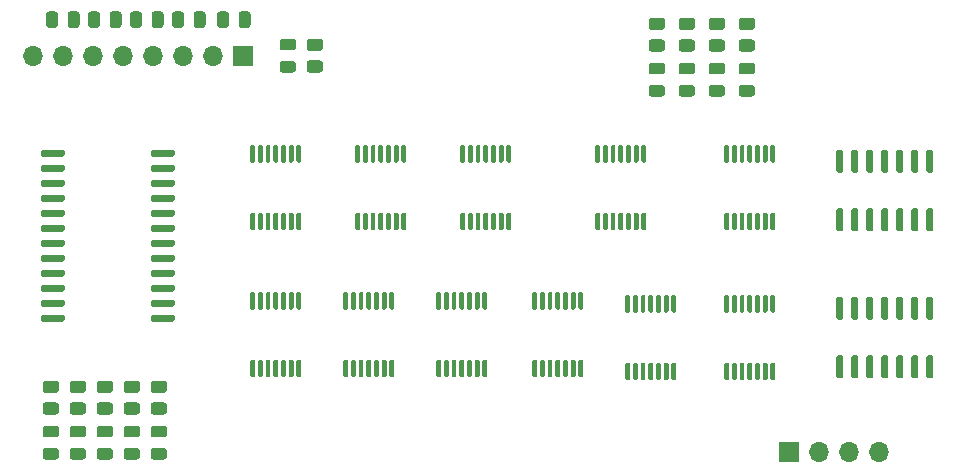
<source format=gbr>
%TF.GenerationSoftware,KiCad,Pcbnew,(5.1.10-1-10_14)*%
%TF.CreationDate,2021-12-18T11:36:21-05:00*%
%TF.ProjectId,control-unit,636f6e74-726f-46c2-9d75-6e69742e6b69,rev?*%
%TF.SameCoordinates,Original*%
%TF.FileFunction,Soldermask,Top*%
%TF.FilePolarity,Negative*%
%FSLAX46Y46*%
G04 Gerber Fmt 4.6, Leading zero omitted, Abs format (unit mm)*
G04 Created by KiCad (PCBNEW (5.1.10-1-10_14)) date 2021-12-18 11:36:21*
%MOMM*%
%LPD*%
G01*
G04 APERTURE LIST*
%ADD10O,1.700000X1.700000*%
%ADD11R,1.700000X1.700000*%
G04 APERTURE END LIST*
%TO.C,R15*%
G36*
G01*
X128162000Y-80206001D02*
X128162000Y-79305999D01*
G75*
G02*
X128411999Y-79056000I249999J0D01*
G01*
X128937001Y-79056000D01*
G75*
G02*
X129187000Y-79305999I0J-249999D01*
G01*
X129187000Y-80206001D01*
G75*
G02*
X128937001Y-80456000I-249999J0D01*
G01*
X128411999Y-80456000D01*
G75*
G02*
X128162000Y-80206001I0J249999D01*
G01*
G37*
G36*
G01*
X126337000Y-80206001D02*
X126337000Y-79305999D01*
G75*
G02*
X126586999Y-79056000I249999J0D01*
G01*
X127112001Y-79056000D01*
G75*
G02*
X127362000Y-79305999I0J-249999D01*
G01*
X127362000Y-80206001D01*
G75*
G02*
X127112001Y-80456000I-249999J0D01*
G01*
X126586999Y-80456000D01*
G75*
G02*
X126337000Y-80206001I0J249999D01*
G01*
G37*
%TD*%
%TO.C,R14*%
G36*
G01*
X124352000Y-80206001D02*
X124352000Y-79305999D01*
G75*
G02*
X124601999Y-79056000I249999J0D01*
G01*
X125127001Y-79056000D01*
G75*
G02*
X125377000Y-79305999I0J-249999D01*
G01*
X125377000Y-80206001D01*
G75*
G02*
X125127001Y-80456000I-249999J0D01*
G01*
X124601999Y-80456000D01*
G75*
G02*
X124352000Y-80206001I0J249999D01*
G01*
G37*
G36*
G01*
X122527000Y-80206001D02*
X122527000Y-79305999D01*
G75*
G02*
X122776999Y-79056000I249999J0D01*
G01*
X123302001Y-79056000D01*
G75*
G02*
X123552000Y-79305999I0J-249999D01*
G01*
X123552000Y-80206001D01*
G75*
G02*
X123302001Y-80456000I-249999J0D01*
G01*
X122776999Y-80456000D01*
G75*
G02*
X122527000Y-80206001I0J249999D01*
G01*
G37*
%TD*%
%TO.C,R13*%
G36*
G01*
X120796000Y-80206001D02*
X120796000Y-79305999D01*
G75*
G02*
X121045999Y-79056000I249999J0D01*
G01*
X121571001Y-79056000D01*
G75*
G02*
X121821000Y-79305999I0J-249999D01*
G01*
X121821000Y-80206001D01*
G75*
G02*
X121571001Y-80456000I-249999J0D01*
G01*
X121045999Y-80456000D01*
G75*
G02*
X120796000Y-80206001I0J249999D01*
G01*
G37*
G36*
G01*
X118971000Y-80206001D02*
X118971000Y-79305999D01*
G75*
G02*
X119220999Y-79056000I249999J0D01*
G01*
X119746001Y-79056000D01*
G75*
G02*
X119996000Y-79305999I0J-249999D01*
G01*
X119996000Y-80206001D01*
G75*
G02*
X119746001Y-80456000I-249999J0D01*
G01*
X119220999Y-80456000D01*
G75*
G02*
X118971000Y-80206001I0J249999D01*
G01*
G37*
%TD*%
%TO.C,R12*%
G36*
G01*
X117240000Y-80206001D02*
X117240000Y-79305999D01*
G75*
G02*
X117489999Y-79056000I249999J0D01*
G01*
X118015001Y-79056000D01*
G75*
G02*
X118265000Y-79305999I0J-249999D01*
G01*
X118265000Y-80206001D01*
G75*
G02*
X118015001Y-80456000I-249999J0D01*
G01*
X117489999Y-80456000D01*
G75*
G02*
X117240000Y-80206001I0J249999D01*
G01*
G37*
G36*
G01*
X115415000Y-80206001D02*
X115415000Y-79305999D01*
G75*
G02*
X115664999Y-79056000I249999J0D01*
G01*
X116190001Y-79056000D01*
G75*
G02*
X116440000Y-79305999I0J-249999D01*
G01*
X116440000Y-80206001D01*
G75*
G02*
X116190001Y-80456000I-249999J0D01*
G01*
X115664999Y-80456000D01*
G75*
G02*
X115415000Y-80206001I0J249999D01*
G01*
G37*
%TD*%
%TO.C,R11*%
G36*
G01*
X113684000Y-80206001D02*
X113684000Y-79305999D01*
G75*
G02*
X113933999Y-79056000I249999J0D01*
G01*
X114459001Y-79056000D01*
G75*
G02*
X114709000Y-79305999I0J-249999D01*
G01*
X114709000Y-80206001D01*
G75*
G02*
X114459001Y-80456000I-249999J0D01*
G01*
X113933999Y-80456000D01*
G75*
G02*
X113684000Y-80206001I0J249999D01*
G01*
G37*
G36*
G01*
X111859000Y-80206001D02*
X111859000Y-79305999D01*
G75*
G02*
X112108999Y-79056000I249999J0D01*
G01*
X112634001Y-79056000D01*
G75*
G02*
X112884000Y-79305999I0J-249999D01*
G01*
X112884000Y-80206001D01*
G75*
G02*
X112634001Y-80456000I-249999J0D01*
G01*
X112108999Y-80456000D01*
G75*
G02*
X111859000Y-80206001I0J249999D01*
G01*
G37*
%TD*%
%TO.C,R10*%
G36*
G01*
X112718002Y-111360000D02*
X111817998Y-111360000D01*
G75*
G02*
X111568000Y-111110002I0J249998D01*
G01*
X111568000Y-110584998D01*
G75*
G02*
X111817998Y-110335000I249998J0D01*
G01*
X112718002Y-110335000D01*
G75*
G02*
X112968000Y-110584998I0J-249998D01*
G01*
X112968000Y-111110002D01*
G75*
G02*
X112718002Y-111360000I-249998J0D01*
G01*
G37*
G36*
G01*
X112718002Y-113185000D02*
X111817998Y-113185000D01*
G75*
G02*
X111568000Y-112935002I0J249998D01*
G01*
X111568000Y-112409998D01*
G75*
G02*
X111817998Y-112160000I249998J0D01*
G01*
X112718002Y-112160000D01*
G75*
G02*
X112968000Y-112409998I0J-249998D01*
G01*
X112968000Y-112935002D01*
G75*
G02*
X112718002Y-113185000I-249998J0D01*
G01*
G37*
%TD*%
%TO.C,R9*%
G36*
G01*
X115004002Y-111360000D02*
X114103998Y-111360000D01*
G75*
G02*
X113854000Y-111110002I0J249998D01*
G01*
X113854000Y-110584998D01*
G75*
G02*
X114103998Y-110335000I249998J0D01*
G01*
X115004002Y-110335000D01*
G75*
G02*
X115254000Y-110584998I0J-249998D01*
G01*
X115254000Y-111110002D01*
G75*
G02*
X115004002Y-111360000I-249998J0D01*
G01*
G37*
G36*
G01*
X115004002Y-113185000D02*
X114103998Y-113185000D01*
G75*
G02*
X113854000Y-112935002I0J249998D01*
G01*
X113854000Y-112409998D01*
G75*
G02*
X114103998Y-112160000I249998J0D01*
G01*
X115004002Y-112160000D01*
G75*
G02*
X115254000Y-112409998I0J-249998D01*
G01*
X115254000Y-112935002D01*
G75*
G02*
X115004002Y-113185000I-249998J0D01*
G01*
G37*
%TD*%
%TO.C,R8*%
G36*
G01*
X117290002Y-111360000D02*
X116389998Y-111360000D01*
G75*
G02*
X116140000Y-111110002I0J249998D01*
G01*
X116140000Y-110584998D01*
G75*
G02*
X116389998Y-110335000I249998J0D01*
G01*
X117290002Y-110335000D01*
G75*
G02*
X117540000Y-110584998I0J-249998D01*
G01*
X117540000Y-111110002D01*
G75*
G02*
X117290002Y-111360000I-249998J0D01*
G01*
G37*
G36*
G01*
X117290002Y-113185000D02*
X116389998Y-113185000D01*
G75*
G02*
X116140000Y-112935002I0J249998D01*
G01*
X116140000Y-112409998D01*
G75*
G02*
X116389998Y-112160000I249998J0D01*
G01*
X117290002Y-112160000D01*
G75*
G02*
X117540000Y-112409998I0J-249998D01*
G01*
X117540000Y-112935002D01*
G75*
G02*
X117290002Y-113185000I-249998J0D01*
G01*
G37*
%TD*%
%TO.C,R7*%
G36*
G01*
X119576002Y-111360000D02*
X118675998Y-111360000D01*
G75*
G02*
X118426000Y-111110002I0J249998D01*
G01*
X118426000Y-110584998D01*
G75*
G02*
X118675998Y-110335000I249998J0D01*
G01*
X119576002Y-110335000D01*
G75*
G02*
X119826000Y-110584998I0J-249998D01*
G01*
X119826000Y-111110002D01*
G75*
G02*
X119576002Y-111360000I-249998J0D01*
G01*
G37*
G36*
G01*
X119576002Y-113185000D02*
X118675998Y-113185000D01*
G75*
G02*
X118426000Y-112935002I0J249998D01*
G01*
X118426000Y-112409998D01*
G75*
G02*
X118675998Y-112160000I249998J0D01*
G01*
X119576002Y-112160000D01*
G75*
G02*
X119826000Y-112409998I0J-249998D01*
G01*
X119826000Y-112935002D01*
G75*
G02*
X119576002Y-113185000I-249998J0D01*
G01*
G37*
%TD*%
%TO.C,R6*%
G36*
G01*
X121862002Y-111360000D02*
X120961998Y-111360000D01*
G75*
G02*
X120712000Y-111110002I0J249998D01*
G01*
X120712000Y-110584998D01*
G75*
G02*
X120961998Y-110335000I249998J0D01*
G01*
X121862002Y-110335000D01*
G75*
G02*
X122112000Y-110584998I0J-249998D01*
G01*
X122112000Y-111110002D01*
G75*
G02*
X121862002Y-111360000I-249998J0D01*
G01*
G37*
G36*
G01*
X121862002Y-113185000D02*
X120961998Y-113185000D01*
G75*
G02*
X120712000Y-112935002I0J249998D01*
G01*
X120712000Y-112409998D01*
G75*
G02*
X120961998Y-112160000I249998J0D01*
G01*
X121862002Y-112160000D01*
G75*
G02*
X122112000Y-112409998I0J-249998D01*
G01*
X122112000Y-112935002D01*
G75*
G02*
X121862002Y-113185000I-249998J0D01*
G01*
G37*
%TD*%
%TO.C,D10*%
G36*
G01*
X111811750Y-116020000D02*
X112724250Y-116020000D01*
G75*
G02*
X112968000Y-116263750I0J-243750D01*
G01*
X112968000Y-116751250D01*
G75*
G02*
X112724250Y-116995000I-243750J0D01*
G01*
X111811750Y-116995000D01*
G75*
G02*
X111568000Y-116751250I0J243750D01*
G01*
X111568000Y-116263750D01*
G75*
G02*
X111811750Y-116020000I243750J0D01*
G01*
G37*
G36*
G01*
X111811750Y-114145000D02*
X112724250Y-114145000D01*
G75*
G02*
X112968000Y-114388750I0J-243750D01*
G01*
X112968000Y-114876250D01*
G75*
G02*
X112724250Y-115120000I-243750J0D01*
G01*
X111811750Y-115120000D01*
G75*
G02*
X111568000Y-114876250I0J243750D01*
G01*
X111568000Y-114388750D01*
G75*
G02*
X111811750Y-114145000I243750J0D01*
G01*
G37*
%TD*%
%TO.C,D9*%
G36*
G01*
X114097750Y-116020000D02*
X115010250Y-116020000D01*
G75*
G02*
X115254000Y-116263750I0J-243750D01*
G01*
X115254000Y-116751250D01*
G75*
G02*
X115010250Y-116995000I-243750J0D01*
G01*
X114097750Y-116995000D01*
G75*
G02*
X113854000Y-116751250I0J243750D01*
G01*
X113854000Y-116263750D01*
G75*
G02*
X114097750Y-116020000I243750J0D01*
G01*
G37*
G36*
G01*
X114097750Y-114145000D02*
X115010250Y-114145000D01*
G75*
G02*
X115254000Y-114388750I0J-243750D01*
G01*
X115254000Y-114876250D01*
G75*
G02*
X115010250Y-115120000I-243750J0D01*
G01*
X114097750Y-115120000D01*
G75*
G02*
X113854000Y-114876250I0J243750D01*
G01*
X113854000Y-114388750D01*
G75*
G02*
X114097750Y-114145000I243750J0D01*
G01*
G37*
%TD*%
%TO.C,D8*%
G36*
G01*
X116383750Y-116020000D02*
X117296250Y-116020000D01*
G75*
G02*
X117540000Y-116263750I0J-243750D01*
G01*
X117540000Y-116751250D01*
G75*
G02*
X117296250Y-116995000I-243750J0D01*
G01*
X116383750Y-116995000D01*
G75*
G02*
X116140000Y-116751250I0J243750D01*
G01*
X116140000Y-116263750D01*
G75*
G02*
X116383750Y-116020000I243750J0D01*
G01*
G37*
G36*
G01*
X116383750Y-114145000D02*
X117296250Y-114145000D01*
G75*
G02*
X117540000Y-114388750I0J-243750D01*
G01*
X117540000Y-114876250D01*
G75*
G02*
X117296250Y-115120000I-243750J0D01*
G01*
X116383750Y-115120000D01*
G75*
G02*
X116140000Y-114876250I0J243750D01*
G01*
X116140000Y-114388750D01*
G75*
G02*
X116383750Y-114145000I243750J0D01*
G01*
G37*
%TD*%
%TO.C,D7*%
G36*
G01*
X118669750Y-116020000D02*
X119582250Y-116020000D01*
G75*
G02*
X119826000Y-116263750I0J-243750D01*
G01*
X119826000Y-116751250D01*
G75*
G02*
X119582250Y-116995000I-243750J0D01*
G01*
X118669750Y-116995000D01*
G75*
G02*
X118426000Y-116751250I0J243750D01*
G01*
X118426000Y-116263750D01*
G75*
G02*
X118669750Y-116020000I243750J0D01*
G01*
G37*
G36*
G01*
X118669750Y-114145000D02*
X119582250Y-114145000D01*
G75*
G02*
X119826000Y-114388750I0J-243750D01*
G01*
X119826000Y-114876250D01*
G75*
G02*
X119582250Y-115120000I-243750J0D01*
G01*
X118669750Y-115120000D01*
G75*
G02*
X118426000Y-114876250I0J243750D01*
G01*
X118426000Y-114388750D01*
G75*
G02*
X118669750Y-114145000I243750J0D01*
G01*
G37*
%TD*%
%TO.C,D6*%
G36*
G01*
X120955750Y-116020000D02*
X121868250Y-116020000D01*
G75*
G02*
X122112000Y-116263750I0J-243750D01*
G01*
X122112000Y-116751250D01*
G75*
G02*
X121868250Y-116995000I-243750J0D01*
G01*
X120955750Y-116995000D01*
G75*
G02*
X120712000Y-116751250I0J243750D01*
G01*
X120712000Y-116263750D01*
G75*
G02*
X120955750Y-116020000I243750J0D01*
G01*
G37*
G36*
G01*
X120955750Y-114145000D02*
X121868250Y-114145000D01*
G75*
G02*
X122112000Y-114388750I0J-243750D01*
G01*
X122112000Y-114876250D01*
G75*
G02*
X121868250Y-115120000I-243750J0D01*
G01*
X120955750Y-115120000D01*
G75*
G02*
X120712000Y-114876250I0J243750D01*
G01*
X120712000Y-114388750D01*
G75*
G02*
X120955750Y-114145000I243750J0D01*
G01*
G37*
%TD*%
%TO.C,R5*%
G36*
G01*
X164026002Y-80626000D02*
X163125998Y-80626000D01*
G75*
G02*
X162876000Y-80376002I0J249998D01*
G01*
X162876000Y-79850998D01*
G75*
G02*
X163125998Y-79601000I249998J0D01*
G01*
X164026002Y-79601000D01*
G75*
G02*
X164276000Y-79850998I0J-249998D01*
G01*
X164276000Y-80376002D01*
G75*
G02*
X164026002Y-80626000I-249998J0D01*
G01*
G37*
G36*
G01*
X164026002Y-82451000D02*
X163125998Y-82451000D01*
G75*
G02*
X162876000Y-82201002I0J249998D01*
G01*
X162876000Y-81675998D01*
G75*
G02*
X163125998Y-81426000I249998J0D01*
G01*
X164026002Y-81426000D01*
G75*
G02*
X164276000Y-81675998I0J-249998D01*
G01*
X164276000Y-82201002D01*
G75*
G02*
X164026002Y-82451000I-249998J0D01*
G01*
G37*
%TD*%
%TO.C,R4*%
G36*
G01*
X166566002Y-80626000D02*
X165665998Y-80626000D01*
G75*
G02*
X165416000Y-80376002I0J249998D01*
G01*
X165416000Y-79850998D01*
G75*
G02*
X165665998Y-79601000I249998J0D01*
G01*
X166566002Y-79601000D01*
G75*
G02*
X166816000Y-79850998I0J-249998D01*
G01*
X166816000Y-80376002D01*
G75*
G02*
X166566002Y-80626000I-249998J0D01*
G01*
G37*
G36*
G01*
X166566002Y-82451000D02*
X165665998Y-82451000D01*
G75*
G02*
X165416000Y-82201002I0J249998D01*
G01*
X165416000Y-81675998D01*
G75*
G02*
X165665998Y-81426000I249998J0D01*
G01*
X166566002Y-81426000D01*
G75*
G02*
X166816000Y-81675998I0J-249998D01*
G01*
X166816000Y-82201002D01*
G75*
G02*
X166566002Y-82451000I-249998J0D01*
G01*
G37*
%TD*%
%TO.C,R3*%
G36*
G01*
X169106002Y-80626000D02*
X168205998Y-80626000D01*
G75*
G02*
X167956000Y-80376002I0J249998D01*
G01*
X167956000Y-79850998D01*
G75*
G02*
X168205998Y-79601000I249998J0D01*
G01*
X169106002Y-79601000D01*
G75*
G02*
X169356000Y-79850998I0J-249998D01*
G01*
X169356000Y-80376002D01*
G75*
G02*
X169106002Y-80626000I-249998J0D01*
G01*
G37*
G36*
G01*
X169106002Y-82451000D02*
X168205998Y-82451000D01*
G75*
G02*
X167956000Y-82201002I0J249998D01*
G01*
X167956000Y-81675998D01*
G75*
G02*
X168205998Y-81426000I249998J0D01*
G01*
X169106002Y-81426000D01*
G75*
G02*
X169356000Y-81675998I0J-249998D01*
G01*
X169356000Y-82201002D01*
G75*
G02*
X169106002Y-82451000I-249998J0D01*
G01*
G37*
%TD*%
%TO.C,R2*%
G36*
G01*
X171646002Y-80626000D02*
X170745998Y-80626000D01*
G75*
G02*
X170496000Y-80376002I0J249998D01*
G01*
X170496000Y-79850998D01*
G75*
G02*
X170745998Y-79601000I249998J0D01*
G01*
X171646002Y-79601000D01*
G75*
G02*
X171896000Y-79850998I0J-249998D01*
G01*
X171896000Y-80376002D01*
G75*
G02*
X171646002Y-80626000I-249998J0D01*
G01*
G37*
G36*
G01*
X171646002Y-82451000D02*
X170745998Y-82451000D01*
G75*
G02*
X170496000Y-82201002I0J249998D01*
G01*
X170496000Y-81675998D01*
G75*
G02*
X170745998Y-81426000I249998J0D01*
G01*
X171646002Y-81426000D01*
G75*
G02*
X171896000Y-81675998I0J-249998D01*
G01*
X171896000Y-82201002D01*
G75*
G02*
X171646002Y-82451000I-249998J0D01*
G01*
G37*
%TD*%
%TO.C,R1*%
G36*
G01*
X135070002Y-82404000D02*
X134169998Y-82404000D01*
G75*
G02*
X133920000Y-82154002I0J249998D01*
G01*
X133920000Y-81628998D01*
G75*
G02*
X134169998Y-81379000I249998J0D01*
G01*
X135070002Y-81379000D01*
G75*
G02*
X135320000Y-81628998I0J-249998D01*
G01*
X135320000Y-82154002D01*
G75*
G02*
X135070002Y-82404000I-249998J0D01*
G01*
G37*
G36*
G01*
X135070002Y-84229000D02*
X134169998Y-84229000D01*
G75*
G02*
X133920000Y-83979002I0J249998D01*
G01*
X133920000Y-83453998D01*
G75*
G02*
X134169998Y-83204000I249998J0D01*
G01*
X135070002Y-83204000D01*
G75*
G02*
X135320000Y-83453998I0J-249998D01*
G01*
X135320000Y-83979002D01*
G75*
G02*
X135070002Y-84229000I-249998J0D01*
G01*
G37*
%TD*%
%TO.C,D5*%
G36*
G01*
X163119750Y-85286000D02*
X164032250Y-85286000D01*
G75*
G02*
X164276000Y-85529750I0J-243750D01*
G01*
X164276000Y-86017250D01*
G75*
G02*
X164032250Y-86261000I-243750J0D01*
G01*
X163119750Y-86261000D01*
G75*
G02*
X162876000Y-86017250I0J243750D01*
G01*
X162876000Y-85529750D01*
G75*
G02*
X163119750Y-85286000I243750J0D01*
G01*
G37*
G36*
G01*
X163119750Y-83411000D02*
X164032250Y-83411000D01*
G75*
G02*
X164276000Y-83654750I0J-243750D01*
G01*
X164276000Y-84142250D01*
G75*
G02*
X164032250Y-84386000I-243750J0D01*
G01*
X163119750Y-84386000D01*
G75*
G02*
X162876000Y-84142250I0J243750D01*
G01*
X162876000Y-83654750D01*
G75*
G02*
X163119750Y-83411000I243750J0D01*
G01*
G37*
%TD*%
%TO.C,D4*%
G36*
G01*
X165659750Y-85286000D02*
X166572250Y-85286000D01*
G75*
G02*
X166816000Y-85529750I0J-243750D01*
G01*
X166816000Y-86017250D01*
G75*
G02*
X166572250Y-86261000I-243750J0D01*
G01*
X165659750Y-86261000D01*
G75*
G02*
X165416000Y-86017250I0J243750D01*
G01*
X165416000Y-85529750D01*
G75*
G02*
X165659750Y-85286000I243750J0D01*
G01*
G37*
G36*
G01*
X165659750Y-83411000D02*
X166572250Y-83411000D01*
G75*
G02*
X166816000Y-83654750I0J-243750D01*
G01*
X166816000Y-84142250D01*
G75*
G02*
X166572250Y-84386000I-243750J0D01*
G01*
X165659750Y-84386000D01*
G75*
G02*
X165416000Y-84142250I0J243750D01*
G01*
X165416000Y-83654750D01*
G75*
G02*
X165659750Y-83411000I243750J0D01*
G01*
G37*
%TD*%
%TO.C,D3*%
G36*
G01*
X168199750Y-85286000D02*
X169112250Y-85286000D01*
G75*
G02*
X169356000Y-85529750I0J-243750D01*
G01*
X169356000Y-86017250D01*
G75*
G02*
X169112250Y-86261000I-243750J0D01*
G01*
X168199750Y-86261000D01*
G75*
G02*
X167956000Y-86017250I0J243750D01*
G01*
X167956000Y-85529750D01*
G75*
G02*
X168199750Y-85286000I243750J0D01*
G01*
G37*
G36*
G01*
X168199750Y-83411000D02*
X169112250Y-83411000D01*
G75*
G02*
X169356000Y-83654750I0J-243750D01*
G01*
X169356000Y-84142250D01*
G75*
G02*
X169112250Y-84386000I-243750J0D01*
G01*
X168199750Y-84386000D01*
G75*
G02*
X167956000Y-84142250I0J243750D01*
G01*
X167956000Y-83654750D01*
G75*
G02*
X168199750Y-83411000I243750J0D01*
G01*
G37*
%TD*%
%TO.C,D2*%
G36*
G01*
X170739750Y-85286000D02*
X171652250Y-85286000D01*
G75*
G02*
X171896000Y-85529750I0J-243750D01*
G01*
X171896000Y-86017250D01*
G75*
G02*
X171652250Y-86261000I-243750J0D01*
G01*
X170739750Y-86261000D01*
G75*
G02*
X170496000Y-86017250I0J243750D01*
G01*
X170496000Y-85529750D01*
G75*
G02*
X170739750Y-85286000I243750J0D01*
G01*
G37*
G36*
G01*
X170739750Y-83411000D02*
X171652250Y-83411000D01*
G75*
G02*
X171896000Y-83654750I0J-243750D01*
G01*
X171896000Y-84142250D01*
G75*
G02*
X171652250Y-84386000I-243750J0D01*
G01*
X170739750Y-84386000D01*
G75*
G02*
X170496000Y-84142250I0J243750D01*
G01*
X170496000Y-83654750D01*
G75*
G02*
X170739750Y-83411000I243750J0D01*
G01*
G37*
%TD*%
%TO.C,D1*%
G36*
G01*
X132790250Y-82354000D02*
X131877750Y-82354000D01*
G75*
G02*
X131634000Y-82110250I0J243750D01*
G01*
X131634000Y-81622750D01*
G75*
G02*
X131877750Y-81379000I243750J0D01*
G01*
X132790250Y-81379000D01*
G75*
G02*
X133034000Y-81622750I0J-243750D01*
G01*
X133034000Y-82110250D01*
G75*
G02*
X132790250Y-82354000I-243750J0D01*
G01*
G37*
G36*
G01*
X132790250Y-84229000D02*
X131877750Y-84229000D01*
G75*
G02*
X131634000Y-83985250I0J243750D01*
G01*
X131634000Y-83497750D01*
G75*
G02*
X131877750Y-83254000I243750J0D01*
G01*
X132790250Y-83254000D01*
G75*
G02*
X133034000Y-83497750I0J-243750D01*
G01*
X133034000Y-83985250D01*
G75*
G02*
X132790250Y-84229000I-243750J0D01*
G01*
G37*
%TD*%
%TO.C,U11*%
G36*
G01*
X179220000Y-105180000D02*
X178920000Y-105180000D01*
G75*
G02*
X178770000Y-105030000I0J150000D01*
G01*
X178770000Y-103380000D01*
G75*
G02*
X178920000Y-103230000I150000J0D01*
G01*
X179220000Y-103230000D01*
G75*
G02*
X179370000Y-103380000I0J-150000D01*
G01*
X179370000Y-105030000D01*
G75*
G02*
X179220000Y-105180000I-150000J0D01*
G01*
G37*
G36*
G01*
X180490000Y-105180000D02*
X180190000Y-105180000D01*
G75*
G02*
X180040000Y-105030000I0J150000D01*
G01*
X180040000Y-103380000D01*
G75*
G02*
X180190000Y-103230000I150000J0D01*
G01*
X180490000Y-103230000D01*
G75*
G02*
X180640000Y-103380000I0J-150000D01*
G01*
X180640000Y-105030000D01*
G75*
G02*
X180490000Y-105180000I-150000J0D01*
G01*
G37*
G36*
G01*
X181760000Y-105180000D02*
X181460000Y-105180000D01*
G75*
G02*
X181310000Y-105030000I0J150000D01*
G01*
X181310000Y-103380000D01*
G75*
G02*
X181460000Y-103230000I150000J0D01*
G01*
X181760000Y-103230000D01*
G75*
G02*
X181910000Y-103380000I0J-150000D01*
G01*
X181910000Y-105030000D01*
G75*
G02*
X181760000Y-105180000I-150000J0D01*
G01*
G37*
G36*
G01*
X183030000Y-105180000D02*
X182730000Y-105180000D01*
G75*
G02*
X182580000Y-105030000I0J150000D01*
G01*
X182580000Y-103380000D01*
G75*
G02*
X182730000Y-103230000I150000J0D01*
G01*
X183030000Y-103230000D01*
G75*
G02*
X183180000Y-103380000I0J-150000D01*
G01*
X183180000Y-105030000D01*
G75*
G02*
X183030000Y-105180000I-150000J0D01*
G01*
G37*
G36*
G01*
X184300000Y-105180000D02*
X184000000Y-105180000D01*
G75*
G02*
X183850000Y-105030000I0J150000D01*
G01*
X183850000Y-103380000D01*
G75*
G02*
X184000000Y-103230000I150000J0D01*
G01*
X184300000Y-103230000D01*
G75*
G02*
X184450000Y-103380000I0J-150000D01*
G01*
X184450000Y-105030000D01*
G75*
G02*
X184300000Y-105180000I-150000J0D01*
G01*
G37*
G36*
G01*
X185570000Y-105180000D02*
X185270000Y-105180000D01*
G75*
G02*
X185120000Y-105030000I0J150000D01*
G01*
X185120000Y-103380000D01*
G75*
G02*
X185270000Y-103230000I150000J0D01*
G01*
X185570000Y-103230000D01*
G75*
G02*
X185720000Y-103380000I0J-150000D01*
G01*
X185720000Y-105030000D01*
G75*
G02*
X185570000Y-105180000I-150000J0D01*
G01*
G37*
G36*
G01*
X186840000Y-105180000D02*
X186540000Y-105180000D01*
G75*
G02*
X186390000Y-105030000I0J150000D01*
G01*
X186390000Y-103380000D01*
G75*
G02*
X186540000Y-103230000I150000J0D01*
G01*
X186840000Y-103230000D01*
G75*
G02*
X186990000Y-103380000I0J-150000D01*
G01*
X186990000Y-105030000D01*
G75*
G02*
X186840000Y-105180000I-150000J0D01*
G01*
G37*
G36*
G01*
X186840000Y-110130000D02*
X186540000Y-110130000D01*
G75*
G02*
X186390000Y-109980000I0J150000D01*
G01*
X186390000Y-108330000D01*
G75*
G02*
X186540000Y-108180000I150000J0D01*
G01*
X186840000Y-108180000D01*
G75*
G02*
X186990000Y-108330000I0J-150000D01*
G01*
X186990000Y-109980000D01*
G75*
G02*
X186840000Y-110130000I-150000J0D01*
G01*
G37*
G36*
G01*
X185570000Y-110130000D02*
X185270000Y-110130000D01*
G75*
G02*
X185120000Y-109980000I0J150000D01*
G01*
X185120000Y-108330000D01*
G75*
G02*
X185270000Y-108180000I150000J0D01*
G01*
X185570000Y-108180000D01*
G75*
G02*
X185720000Y-108330000I0J-150000D01*
G01*
X185720000Y-109980000D01*
G75*
G02*
X185570000Y-110130000I-150000J0D01*
G01*
G37*
G36*
G01*
X184300000Y-110130000D02*
X184000000Y-110130000D01*
G75*
G02*
X183850000Y-109980000I0J150000D01*
G01*
X183850000Y-108330000D01*
G75*
G02*
X184000000Y-108180000I150000J0D01*
G01*
X184300000Y-108180000D01*
G75*
G02*
X184450000Y-108330000I0J-150000D01*
G01*
X184450000Y-109980000D01*
G75*
G02*
X184300000Y-110130000I-150000J0D01*
G01*
G37*
G36*
G01*
X183030000Y-110130000D02*
X182730000Y-110130000D01*
G75*
G02*
X182580000Y-109980000I0J150000D01*
G01*
X182580000Y-108330000D01*
G75*
G02*
X182730000Y-108180000I150000J0D01*
G01*
X183030000Y-108180000D01*
G75*
G02*
X183180000Y-108330000I0J-150000D01*
G01*
X183180000Y-109980000D01*
G75*
G02*
X183030000Y-110130000I-150000J0D01*
G01*
G37*
G36*
G01*
X181760000Y-110130000D02*
X181460000Y-110130000D01*
G75*
G02*
X181310000Y-109980000I0J150000D01*
G01*
X181310000Y-108330000D01*
G75*
G02*
X181460000Y-108180000I150000J0D01*
G01*
X181760000Y-108180000D01*
G75*
G02*
X181910000Y-108330000I0J-150000D01*
G01*
X181910000Y-109980000D01*
G75*
G02*
X181760000Y-110130000I-150000J0D01*
G01*
G37*
G36*
G01*
X180490000Y-110130000D02*
X180190000Y-110130000D01*
G75*
G02*
X180040000Y-109980000I0J150000D01*
G01*
X180040000Y-108330000D01*
G75*
G02*
X180190000Y-108180000I150000J0D01*
G01*
X180490000Y-108180000D01*
G75*
G02*
X180640000Y-108330000I0J-150000D01*
G01*
X180640000Y-109980000D01*
G75*
G02*
X180490000Y-110130000I-150000J0D01*
G01*
G37*
G36*
G01*
X179220000Y-110130000D02*
X178920000Y-110130000D01*
G75*
G02*
X178770000Y-109980000I0J150000D01*
G01*
X178770000Y-108330000D01*
G75*
G02*
X178920000Y-108180000I150000J0D01*
G01*
X179220000Y-108180000D01*
G75*
G02*
X179370000Y-108330000I0J-150000D01*
G01*
X179370000Y-109980000D01*
G75*
G02*
X179220000Y-110130000I-150000J0D01*
G01*
G37*
%TD*%
%TO.C,U10*%
G36*
G01*
X179220000Y-92734000D02*
X178920000Y-92734000D01*
G75*
G02*
X178770000Y-92584000I0J150000D01*
G01*
X178770000Y-90934000D01*
G75*
G02*
X178920000Y-90784000I150000J0D01*
G01*
X179220000Y-90784000D01*
G75*
G02*
X179370000Y-90934000I0J-150000D01*
G01*
X179370000Y-92584000D01*
G75*
G02*
X179220000Y-92734000I-150000J0D01*
G01*
G37*
G36*
G01*
X180490000Y-92734000D02*
X180190000Y-92734000D01*
G75*
G02*
X180040000Y-92584000I0J150000D01*
G01*
X180040000Y-90934000D01*
G75*
G02*
X180190000Y-90784000I150000J0D01*
G01*
X180490000Y-90784000D01*
G75*
G02*
X180640000Y-90934000I0J-150000D01*
G01*
X180640000Y-92584000D01*
G75*
G02*
X180490000Y-92734000I-150000J0D01*
G01*
G37*
G36*
G01*
X181760000Y-92734000D02*
X181460000Y-92734000D01*
G75*
G02*
X181310000Y-92584000I0J150000D01*
G01*
X181310000Y-90934000D01*
G75*
G02*
X181460000Y-90784000I150000J0D01*
G01*
X181760000Y-90784000D01*
G75*
G02*
X181910000Y-90934000I0J-150000D01*
G01*
X181910000Y-92584000D01*
G75*
G02*
X181760000Y-92734000I-150000J0D01*
G01*
G37*
G36*
G01*
X183030000Y-92734000D02*
X182730000Y-92734000D01*
G75*
G02*
X182580000Y-92584000I0J150000D01*
G01*
X182580000Y-90934000D01*
G75*
G02*
X182730000Y-90784000I150000J0D01*
G01*
X183030000Y-90784000D01*
G75*
G02*
X183180000Y-90934000I0J-150000D01*
G01*
X183180000Y-92584000D01*
G75*
G02*
X183030000Y-92734000I-150000J0D01*
G01*
G37*
G36*
G01*
X184300000Y-92734000D02*
X184000000Y-92734000D01*
G75*
G02*
X183850000Y-92584000I0J150000D01*
G01*
X183850000Y-90934000D01*
G75*
G02*
X184000000Y-90784000I150000J0D01*
G01*
X184300000Y-90784000D01*
G75*
G02*
X184450000Y-90934000I0J-150000D01*
G01*
X184450000Y-92584000D01*
G75*
G02*
X184300000Y-92734000I-150000J0D01*
G01*
G37*
G36*
G01*
X185570000Y-92734000D02*
X185270000Y-92734000D01*
G75*
G02*
X185120000Y-92584000I0J150000D01*
G01*
X185120000Y-90934000D01*
G75*
G02*
X185270000Y-90784000I150000J0D01*
G01*
X185570000Y-90784000D01*
G75*
G02*
X185720000Y-90934000I0J-150000D01*
G01*
X185720000Y-92584000D01*
G75*
G02*
X185570000Y-92734000I-150000J0D01*
G01*
G37*
G36*
G01*
X186840000Y-92734000D02*
X186540000Y-92734000D01*
G75*
G02*
X186390000Y-92584000I0J150000D01*
G01*
X186390000Y-90934000D01*
G75*
G02*
X186540000Y-90784000I150000J0D01*
G01*
X186840000Y-90784000D01*
G75*
G02*
X186990000Y-90934000I0J-150000D01*
G01*
X186990000Y-92584000D01*
G75*
G02*
X186840000Y-92734000I-150000J0D01*
G01*
G37*
G36*
G01*
X186840000Y-97684000D02*
X186540000Y-97684000D01*
G75*
G02*
X186390000Y-97534000I0J150000D01*
G01*
X186390000Y-95884000D01*
G75*
G02*
X186540000Y-95734000I150000J0D01*
G01*
X186840000Y-95734000D01*
G75*
G02*
X186990000Y-95884000I0J-150000D01*
G01*
X186990000Y-97534000D01*
G75*
G02*
X186840000Y-97684000I-150000J0D01*
G01*
G37*
G36*
G01*
X185570000Y-97684000D02*
X185270000Y-97684000D01*
G75*
G02*
X185120000Y-97534000I0J150000D01*
G01*
X185120000Y-95884000D01*
G75*
G02*
X185270000Y-95734000I150000J0D01*
G01*
X185570000Y-95734000D01*
G75*
G02*
X185720000Y-95884000I0J-150000D01*
G01*
X185720000Y-97534000D01*
G75*
G02*
X185570000Y-97684000I-150000J0D01*
G01*
G37*
G36*
G01*
X184300000Y-97684000D02*
X184000000Y-97684000D01*
G75*
G02*
X183850000Y-97534000I0J150000D01*
G01*
X183850000Y-95884000D01*
G75*
G02*
X184000000Y-95734000I150000J0D01*
G01*
X184300000Y-95734000D01*
G75*
G02*
X184450000Y-95884000I0J-150000D01*
G01*
X184450000Y-97534000D01*
G75*
G02*
X184300000Y-97684000I-150000J0D01*
G01*
G37*
G36*
G01*
X183030000Y-97684000D02*
X182730000Y-97684000D01*
G75*
G02*
X182580000Y-97534000I0J150000D01*
G01*
X182580000Y-95884000D01*
G75*
G02*
X182730000Y-95734000I150000J0D01*
G01*
X183030000Y-95734000D01*
G75*
G02*
X183180000Y-95884000I0J-150000D01*
G01*
X183180000Y-97534000D01*
G75*
G02*
X183030000Y-97684000I-150000J0D01*
G01*
G37*
G36*
G01*
X181760000Y-97684000D02*
X181460000Y-97684000D01*
G75*
G02*
X181310000Y-97534000I0J150000D01*
G01*
X181310000Y-95884000D01*
G75*
G02*
X181460000Y-95734000I150000J0D01*
G01*
X181760000Y-95734000D01*
G75*
G02*
X181910000Y-95884000I0J-150000D01*
G01*
X181910000Y-97534000D01*
G75*
G02*
X181760000Y-97684000I-150000J0D01*
G01*
G37*
G36*
G01*
X180490000Y-97684000D02*
X180190000Y-97684000D01*
G75*
G02*
X180040000Y-97534000I0J150000D01*
G01*
X180040000Y-95884000D01*
G75*
G02*
X180190000Y-95734000I150000J0D01*
G01*
X180490000Y-95734000D01*
G75*
G02*
X180640000Y-95884000I0J-150000D01*
G01*
X180640000Y-97534000D01*
G75*
G02*
X180490000Y-97684000I-150000J0D01*
G01*
G37*
G36*
G01*
X179220000Y-97684000D02*
X178920000Y-97684000D01*
G75*
G02*
X178770000Y-97534000I0J150000D01*
G01*
X178770000Y-95884000D01*
G75*
G02*
X178920000Y-95734000I150000J0D01*
G01*
X179220000Y-95734000D01*
G75*
G02*
X179370000Y-95884000I0J-150000D01*
G01*
X179370000Y-97534000D01*
G75*
G02*
X179220000Y-97684000I-150000J0D01*
G01*
G37*
%TD*%
D10*
%TO.C,J4*%
X182372000Y-116332000D03*
X179832000Y-116332000D03*
X177292000Y-116332000D03*
D11*
X174752000Y-116332000D03*
%TD*%
%TO.C,U6*%
G36*
G01*
X137342000Y-110026000D02*
X137142000Y-110026000D01*
G75*
G02*
X137042000Y-109926000I0J100000D01*
G01*
X137042000Y-108651000D01*
G75*
G02*
X137142000Y-108551000I100000J0D01*
G01*
X137342000Y-108551000D01*
G75*
G02*
X137442000Y-108651000I0J-100000D01*
G01*
X137442000Y-109926000D01*
G75*
G02*
X137342000Y-110026000I-100000J0D01*
G01*
G37*
G36*
G01*
X137992000Y-110026000D02*
X137792000Y-110026000D01*
G75*
G02*
X137692000Y-109926000I0J100000D01*
G01*
X137692000Y-108651000D01*
G75*
G02*
X137792000Y-108551000I100000J0D01*
G01*
X137992000Y-108551000D01*
G75*
G02*
X138092000Y-108651000I0J-100000D01*
G01*
X138092000Y-109926000D01*
G75*
G02*
X137992000Y-110026000I-100000J0D01*
G01*
G37*
G36*
G01*
X138642000Y-110026000D02*
X138442000Y-110026000D01*
G75*
G02*
X138342000Y-109926000I0J100000D01*
G01*
X138342000Y-108651000D01*
G75*
G02*
X138442000Y-108551000I100000J0D01*
G01*
X138642000Y-108551000D01*
G75*
G02*
X138742000Y-108651000I0J-100000D01*
G01*
X138742000Y-109926000D01*
G75*
G02*
X138642000Y-110026000I-100000J0D01*
G01*
G37*
G36*
G01*
X139292000Y-110026000D02*
X139092000Y-110026000D01*
G75*
G02*
X138992000Y-109926000I0J100000D01*
G01*
X138992000Y-108651000D01*
G75*
G02*
X139092000Y-108551000I100000J0D01*
G01*
X139292000Y-108551000D01*
G75*
G02*
X139392000Y-108651000I0J-100000D01*
G01*
X139392000Y-109926000D01*
G75*
G02*
X139292000Y-110026000I-100000J0D01*
G01*
G37*
G36*
G01*
X139942000Y-110026000D02*
X139742000Y-110026000D01*
G75*
G02*
X139642000Y-109926000I0J100000D01*
G01*
X139642000Y-108651000D01*
G75*
G02*
X139742000Y-108551000I100000J0D01*
G01*
X139942000Y-108551000D01*
G75*
G02*
X140042000Y-108651000I0J-100000D01*
G01*
X140042000Y-109926000D01*
G75*
G02*
X139942000Y-110026000I-100000J0D01*
G01*
G37*
G36*
G01*
X140592000Y-110026000D02*
X140392000Y-110026000D01*
G75*
G02*
X140292000Y-109926000I0J100000D01*
G01*
X140292000Y-108651000D01*
G75*
G02*
X140392000Y-108551000I100000J0D01*
G01*
X140592000Y-108551000D01*
G75*
G02*
X140692000Y-108651000I0J-100000D01*
G01*
X140692000Y-109926000D01*
G75*
G02*
X140592000Y-110026000I-100000J0D01*
G01*
G37*
G36*
G01*
X141242000Y-110026000D02*
X141042000Y-110026000D01*
G75*
G02*
X140942000Y-109926000I0J100000D01*
G01*
X140942000Y-108651000D01*
G75*
G02*
X141042000Y-108551000I100000J0D01*
G01*
X141242000Y-108551000D01*
G75*
G02*
X141342000Y-108651000I0J-100000D01*
G01*
X141342000Y-109926000D01*
G75*
G02*
X141242000Y-110026000I-100000J0D01*
G01*
G37*
G36*
G01*
X141242000Y-104301000D02*
X141042000Y-104301000D01*
G75*
G02*
X140942000Y-104201000I0J100000D01*
G01*
X140942000Y-102926000D01*
G75*
G02*
X141042000Y-102826000I100000J0D01*
G01*
X141242000Y-102826000D01*
G75*
G02*
X141342000Y-102926000I0J-100000D01*
G01*
X141342000Y-104201000D01*
G75*
G02*
X141242000Y-104301000I-100000J0D01*
G01*
G37*
G36*
G01*
X140592000Y-104301000D02*
X140392000Y-104301000D01*
G75*
G02*
X140292000Y-104201000I0J100000D01*
G01*
X140292000Y-102926000D01*
G75*
G02*
X140392000Y-102826000I100000J0D01*
G01*
X140592000Y-102826000D01*
G75*
G02*
X140692000Y-102926000I0J-100000D01*
G01*
X140692000Y-104201000D01*
G75*
G02*
X140592000Y-104301000I-100000J0D01*
G01*
G37*
G36*
G01*
X139942000Y-104301000D02*
X139742000Y-104301000D01*
G75*
G02*
X139642000Y-104201000I0J100000D01*
G01*
X139642000Y-102926000D01*
G75*
G02*
X139742000Y-102826000I100000J0D01*
G01*
X139942000Y-102826000D01*
G75*
G02*
X140042000Y-102926000I0J-100000D01*
G01*
X140042000Y-104201000D01*
G75*
G02*
X139942000Y-104301000I-100000J0D01*
G01*
G37*
G36*
G01*
X139292000Y-104301000D02*
X139092000Y-104301000D01*
G75*
G02*
X138992000Y-104201000I0J100000D01*
G01*
X138992000Y-102926000D01*
G75*
G02*
X139092000Y-102826000I100000J0D01*
G01*
X139292000Y-102826000D01*
G75*
G02*
X139392000Y-102926000I0J-100000D01*
G01*
X139392000Y-104201000D01*
G75*
G02*
X139292000Y-104301000I-100000J0D01*
G01*
G37*
G36*
G01*
X138642000Y-104301000D02*
X138442000Y-104301000D01*
G75*
G02*
X138342000Y-104201000I0J100000D01*
G01*
X138342000Y-102926000D01*
G75*
G02*
X138442000Y-102826000I100000J0D01*
G01*
X138642000Y-102826000D01*
G75*
G02*
X138742000Y-102926000I0J-100000D01*
G01*
X138742000Y-104201000D01*
G75*
G02*
X138642000Y-104301000I-100000J0D01*
G01*
G37*
G36*
G01*
X137992000Y-104301000D02*
X137792000Y-104301000D01*
G75*
G02*
X137692000Y-104201000I0J100000D01*
G01*
X137692000Y-102926000D01*
G75*
G02*
X137792000Y-102826000I100000J0D01*
G01*
X137992000Y-102826000D01*
G75*
G02*
X138092000Y-102926000I0J-100000D01*
G01*
X138092000Y-104201000D01*
G75*
G02*
X137992000Y-104301000I-100000J0D01*
G01*
G37*
G36*
G01*
X137342000Y-104301000D02*
X137142000Y-104301000D01*
G75*
G02*
X137042000Y-104201000I0J100000D01*
G01*
X137042000Y-102926000D01*
G75*
G02*
X137142000Y-102826000I100000J0D01*
G01*
X137342000Y-102826000D01*
G75*
G02*
X137442000Y-102926000I0J-100000D01*
G01*
X137442000Y-104201000D01*
G75*
G02*
X137342000Y-104301000I-100000J0D01*
G01*
G37*
%TD*%
%TO.C,U14*%
G36*
G01*
X169600000Y-110280000D02*
X169400000Y-110280000D01*
G75*
G02*
X169300000Y-110180000I0J100000D01*
G01*
X169300000Y-108905000D01*
G75*
G02*
X169400000Y-108805000I100000J0D01*
G01*
X169600000Y-108805000D01*
G75*
G02*
X169700000Y-108905000I0J-100000D01*
G01*
X169700000Y-110180000D01*
G75*
G02*
X169600000Y-110280000I-100000J0D01*
G01*
G37*
G36*
G01*
X170250000Y-110280000D02*
X170050000Y-110280000D01*
G75*
G02*
X169950000Y-110180000I0J100000D01*
G01*
X169950000Y-108905000D01*
G75*
G02*
X170050000Y-108805000I100000J0D01*
G01*
X170250000Y-108805000D01*
G75*
G02*
X170350000Y-108905000I0J-100000D01*
G01*
X170350000Y-110180000D01*
G75*
G02*
X170250000Y-110280000I-100000J0D01*
G01*
G37*
G36*
G01*
X170900000Y-110280000D02*
X170700000Y-110280000D01*
G75*
G02*
X170600000Y-110180000I0J100000D01*
G01*
X170600000Y-108905000D01*
G75*
G02*
X170700000Y-108805000I100000J0D01*
G01*
X170900000Y-108805000D01*
G75*
G02*
X171000000Y-108905000I0J-100000D01*
G01*
X171000000Y-110180000D01*
G75*
G02*
X170900000Y-110280000I-100000J0D01*
G01*
G37*
G36*
G01*
X171550000Y-110280000D02*
X171350000Y-110280000D01*
G75*
G02*
X171250000Y-110180000I0J100000D01*
G01*
X171250000Y-108905000D01*
G75*
G02*
X171350000Y-108805000I100000J0D01*
G01*
X171550000Y-108805000D01*
G75*
G02*
X171650000Y-108905000I0J-100000D01*
G01*
X171650000Y-110180000D01*
G75*
G02*
X171550000Y-110280000I-100000J0D01*
G01*
G37*
G36*
G01*
X172200000Y-110280000D02*
X172000000Y-110280000D01*
G75*
G02*
X171900000Y-110180000I0J100000D01*
G01*
X171900000Y-108905000D01*
G75*
G02*
X172000000Y-108805000I100000J0D01*
G01*
X172200000Y-108805000D01*
G75*
G02*
X172300000Y-108905000I0J-100000D01*
G01*
X172300000Y-110180000D01*
G75*
G02*
X172200000Y-110280000I-100000J0D01*
G01*
G37*
G36*
G01*
X172850000Y-110280000D02*
X172650000Y-110280000D01*
G75*
G02*
X172550000Y-110180000I0J100000D01*
G01*
X172550000Y-108905000D01*
G75*
G02*
X172650000Y-108805000I100000J0D01*
G01*
X172850000Y-108805000D01*
G75*
G02*
X172950000Y-108905000I0J-100000D01*
G01*
X172950000Y-110180000D01*
G75*
G02*
X172850000Y-110280000I-100000J0D01*
G01*
G37*
G36*
G01*
X173500000Y-110280000D02*
X173300000Y-110280000D01*
G75*
G02*
X173200000Y-110180000I0J100000D01*
G01*
X173200000Y-108905000D01*
G75*
G02*
X173300000Y-108805000I100000J0D01*
G01*
X173500000Y-108805000D01*
G75*
G02*
X173600000Y-108905000I0J-100000D01*
G01*
X173600000Y-110180000D01*
G75*
G02*
X173500000Y-110280000I-100000J0D01*
G01*
G37*
G36*
G01*
X173500000Y-104555000D02*
X173300000Y-104555000D01*
G75*
G02*
X173200000Y-104455000I0J100000D01*
G01*
X173200000Y-103180000D01*
G75*
G02*
X173300000Y-103080000I100000J0D01*
G01*
X173500000Y-103080000D01*
G75*
G02*
X173600000Y-103180000I0J-100000D01*
G01*
X173600000Y-104455000D01*
G75*
G02*
X173500000Y-104555000I-100000J0D01*
G01*
G37*
G36*
G01*
X172850000Y-104555000D02*
X172650000Y-104555000D01*
G75*
G02*
X172550000Y-104455000I0J100000D01*
G01*
X172550000Y-103180000D01*
G75*
G02*
X172650000Y-103080000I100000J0D01*
G01*
X172850000Y-103080000D01*
G75*
G02*
X172950000Y-103180000I0J-100000D01*
G01*
X172950000Y-104455000D01*
G75*
G02*
X172850000Y-104555000I-100000J0D01*
G01*
G37*
G36*
G01*
X172200000Y-104555000D02*
X172000000Y-104555000D01*
G75*
G02*
X171900000Y-104455000I0J100000D01*
G01*
X171900000Y-103180000D01*
G75*
G02*
X172000000Y-103080000I100000J0D01*
G01*
X172200000Y-103080000D01*
G75*
G02*
X172300000Y-103180000I0J-100000D01*
G01*
X172300000Y-104455000D01*
G75*
G02*
X172200000Y-104555000I-100000J0D01*
G01*
G37*
G36*
G01*
X171550000Y-104555000D02*
X171350000Y-104555000D01*
G75*
G02*
X171250000Y-104455000I0J100000D01*
G01*
X171250000Y-103180000D01*
G75*
G02*
X171350000Y-103080000I100000J0D01*
G01*
X171550000Y-103080000D01*
G75*
G02*
X171650000Y-103180000I0J-100000D01*
G01*
X171650000Y-104455000D01*
G75*
G02*
X171550000Y-104555000I-100000J0D01*
G01*
G37*
G36*
G01*
X170900000Y-104555000D02*
X170700000Y-104555000D01*
G75*
G02*
X170600000Y-104455000I0J100000D01*
G01*
X170600000Y-103180000D01*
G75*
G02*
X170700000Y-103080000I100000J0D01*
G01*
X170900000Y-103080000D01*
G75*
G02*
X171000000Y-103180000I0J-100000D01*
G01*
X171000000Y-104455000D01*
G75*
G02*
X170900000Y-104555000I-100000J0D01*
G01*
G37*
G36*
G01*
X170250000Y-104555000D02*
X170050000Y-104555000D01*
G75*
G02*
X169950000Y-104455000I0J100000D01*
G01*
X169950000Y-103180000D01*
G75*
G02*
X170050000Y-103080000I100000J0D01*
G01*
X170250000Y-103080000D01*
G75*
G02*
X170350000Y-103180000I0J-100000D01*
G01*
X170350000Y-104455000D01*
G75*
G02*
X170250000Y-104555000I-100000J0D01*
G01*
G37*
G36*
G01*
X169600000Y-104555000D02*
X169400000Y-104555000D01*
G75*
G02*
X169300000Y-104455000I0J100000D01*
G01*
X169300000Y-103180000D01*
G75*
G02*
X169400000Y-103080000I100000J0D01*
G01*
X169600000Y-103080000D01*
G75*
G02*
X169700000Y-103180000I0J-100000D01*
G01*
X169700000Y-104455000D01*
G75*
G02*
X169600000Y-104555000I-100000J0D01*
G01*
G37*
%TD*%
%TO.C,U12*%
G36*
G01*
X169600000Y-97580000D02*
X169400000Y-97580000D01*
G75*
G02*
X169300000Y-97480000I0J100000D01*
G01*
X169300000Y-96205000D01*
G75*
G02*
X169400000Y-96105000I100000J0D01*
G01*
X169600000Y-96105000D01*
G75*
G02*
X169700000Y-96205000I0J-100000D01*
G01*
X169700000Y-97480000D01*
G75*
G02*
X169600000Y-97580000I-100000J0D01*
G01*
G37*
G36*
G01*
X170250000Y-97580000D02*
X170050000Y-97580000D01*
G75*
G02*
X169950000Y-97480000I0J100000D01*
G01*
X169950000Y-96205000D01*
G75*
G02*
X170050000Y-96105000I100000J0D01*
G01*
X170250000Y-96105000D01*
G75*
G02*
X170350000Y-96205000I0J-100000D01*
G01*
X170350000Y-97480000D01*
G75*
G02*
X170250000Y-97580000I-100000J0D01*
G01*
G37*
G36*
G01*
X170900000Y-97580000D02*
X170700000Y-97580000D01*
G75*
G02*
X170600000Y-97480000I0J100000D01*
G01*
X170600000Y-96205000D01*
G75*
G02*
X170700000Y-96105000I100000J0D01*
G01*
X170900000Y-96105000D01*
G75*
G02*
X171000000Y-96205000I0J-100000D01*
G01*
X171000000Y-97480000D01*
G75*
G02*
X170900000Y-97580000I-100000J0D01*
G01*
G37*
G36*
G01*
X171550000Y-97580000D02*
X171350000Y-97580000D01*
G75*
G02*
X171250000Y-97480000I0J100000D01*
G01*
X171250000Y-96205000D01*
G75*
G02*
X171350000Y-96105000I100000J0D01*
G01*
X171550000Y-96105000D01*
G75*
G02*
X171650000Y-96205000I0J-100000D01*
G01*
X171650000Y-97480000D01*
G75*
G02*
X171550000Y-97580000I-100000J0D01*
G01*
G37*
G36*
G01*
X172200000Y-97580000D02*
X172000000Y-97580000D01*
G75*
G02*
X171900000Y-97480000I0J100000D01*
G01*
X171900000Y-96205000D01*
G75*
G02*
X172000000Y-96105000I100000J0D01*
G01*
X172200000Y-96105000D01*
G75*
G02*
X172300000Y-96205000I0J-100000D01*
G01*
X172300000Y-97480000D01*
G75*
G02*
X172200000Y-97580000I-100000J0D01*
G01*
G37*
G36*
G01*
X172850000Y-97580000D02*
X172650000Y-97580000D01*
G75*
G02*
X172550000Y-97480000I0J100000D01*
G01*
X172550000Y-96205000D01*
G75*
G02*
X172650000Y-96105000I100000J0D01*
G01*
X172850000Y-96105000D01*
G75*
G02*
X172950000Y-96205000I0J-100000D01*
G01*
X172950000Y-97480000D01*
G75*
G02*
X172850000Y-97580000I-100000J0D01*
G01*
G37*
G36*
G01*
X173500000Y-97580000D02*
X173300000Y-97580000D01*
G75*
G02*
X173200000Y-97480000I0J100000D01*
G01*
X173200000Y-96205000D01*
G75*
G02*
X173300000Y-96105000I100000J0D01*
G01*
X173500000Y-96105000D01*
G75*
G02*
X173600000Y-96205000I0J-100000D01*
G01*
X173600000Y-97480000D01*
G75*
G02*
X173500000Y-97580000I-100000J0D01*
G01*
G37*
G36*
G01*
X173500000Y-91855000D02*
X173300000Y-91855000D01*
G75*
G02*
X173200000Y-91755000I0J100000D01*
G01*
X173200000Y-90480000D01*
G75*
G02*
X173300000Y-90380000I100000J0D01*
G01*
X173500000Y-90380000D01*
G75*
G02*
X173600000Y-90480000I0J-100000D01*
G01*
X173600000Y-91755000D01*
G75*
G02*
X173500000Y-91855000I-100000J0D01*
G01*
G37*
G36*
G01*
X172850000Y-91855000D02*
X172650000Y-91855000D01*
G75*
G02*
X172550000Y-91755000I0J100000D01*
G01*
X172550000Y-90480000D01*
G75*
G02*
X172650000Y-90380000I100000J0D01*
G01*
X172850000Y-90380000D01*
G75*
G02*
X172950000Y-90480000I0J-100000D01*
G01*
X172950000Y-91755000D01*
G75*
G02*
X172850000Y-91855000I-100000J0D01*
G01*
G37*
G36*
G01*
X172200000Y-91855000D02*
X172000000Y-91855000D01*
G75*
G02*
X171900000Y-91755000I0J100000D01*
G01*
X171900000Y-90480000D01*
G75*
G02*
X172000000Y-90380000I100000J0D01*
G01*
X172200000Y-90380000D01*
G75*
G02*
X172300000Y-90480000I0J-100000D01*
G01*
X172300000Y-91755000D01*
G75*
G02*
X172200000Y-91855000I-100000J0D01*
G01*
G37*
G36*
G01*
X171550000Y-91855000D02*
X171350000Y-91855000D01*
G75*
G02*
X171250000Y-91755000I0J100000D01*
G01*
X171250000Y-90480000D01*
G75*
G02*
X171350000Y-90380000I100000J0D01*
G01*
X171550000Y-90380000D01*
G75*
G02*
X171650000Y-90480000I0J-100000D01*
G01*
X171650000Y-91755000D01*
G75*
G02*
X171550000Y-91855000I-100000J0D01*
G01*
G37*
G36*
G01*
X170900000Y-91855000D02*
X170700000Y-91855000D01*
G75*
G02*
X170600000Y-91755000I0J100000D01*
G01*
X170600000Y-90480000D01*
G75*
G02*
X170700000Y-90380000I100000J0D01*
G01*
X170900000Y-90380000D01*
G75*
G02*
X171000000Y-90480000I0J-100000D01*
G01*
X171000000Y-91755000D01*
G75*
G02*
X170900000Y-91855000I-100000J0D01*
G01*
G37*
G36*
G01*
X170250000Y-91855000D02*
X170050000Y-91855000D01*
G75*
G02*
X169950000Y-91755000I0J100000D01*
G01*
X169950000Y-90480000D01*
G75*
G02*
X170050000Y-90380000I100000J0D01*
G01*
X170250000Y-90380000D01*
G75*
G02*
X170350000Y-90480000I0J-100000D01*
G01*
X170350000Y-91755000D01*
G75*
G02*
X170250000Y-91855000I-100000J0D01*
G01*
G37*
G36*
G01*
X169600000Y-91855000D02*
X169400000Y-91855000D01*
G75*
G02*
X169300000Y-91755000I0J100000D01*
G01*
X169300000Y-90480000D01*
G75*
G02*
X169400000Y-90380000I100000J0D01*
G01*
X169600000Y-90380000D01*
G75*
G02*
X169700000Y-90480000I0J-100000D01*
G01*
X169700000Y-91755000D01*
G75*
G02*
X169600000Y-91855000I-100000J0D01*
G01*
G37*
%TD*%
%TO.C,U9*%
G36*
G01*
X145216000Y-110026000D02*
X145016000Y-110026000D01*
G75*
G02*
X144916000Y-109926000I0J100000D01*
G01*
X144916000Y-108651000D01*
G75*
G02*
X145016000Y-108551000I100000J0D01*
G01*
X145216000Y-108551000D01*
G75*
G02*
X145316000Y-108651000I0J-100000D01*
G01*
X145316000Y-109926000D01*
G75*
G02*
X145216000Y-110026000I-100000J0D01*
G01*
G37*
G36*
G01*
X145866000Y-110026000D02*
X145666000Y-110026000D01*
G75*
G02*
X145566000Y-109926000I0J100000D01*
G01*
X145566000Y-108651000D01*
G75*
G02*
X145666000Y-108551000I100000J0D01*
G01*
X145866000Y-108551000D01*
G75*
G02*
X145966000Y-108651000I0J-100000D01*
G01*
X145966000Y-109926000D01*
G75*
G02*
X145866000Y-110026000I-100000J0D01*
G01*
G37*
G36*
G01*
X146516000Y-110026000D02*
X146316000Y-110026000D01*
G75*
G02*
X146216000Y-109926000I0J100000D01*
G01*
X146216000Y-108651000D01*
G75*
G02*
X146316000Y-108551000I100000J0D01*
G01*
X146516000Y-108551000D01*
G75*
G02*
X146616000Y-108651000I0J-100000D01*
G01*
X146616000Y-109926000D01*
G75*
G02*
X146516000Y-110026000I-100000J0D01*
G01*
G37*
G36*
G01*
X147166000Y-110026000D02*
X146966000Y-110026000D01*
G75*
G02*
X146866000Y-109926000I0J100000D01*
G01*
X146866000Y-108651000D01*
G75*
G02*
X146966000Y-108551000I100000J0D01*
G01*
X147166000Y-108551000D01*
G75*
G02*
X147266000Y-108651000I0J-100000D01*
G01*
X147266000Y-109926000D01*
G75*
G02*
X147166000Y-110026000I-100000J0D01*
G01*
G37*
G36*
G01*
X147816000Y-110026000D02*
X147616000Y-110026000D01*
G75*
G02*
X147516000Y-109926000I0J100000D01*
G01*
X147516000Y-108651000D01*
G75*
G02*
X147616000Y-108551000I100000J0D01*
G01*
X147816000Y-108551000D01*
G75*
G02*
X147916000Y-108651000I0J-100000D01*
G01*
X147916000Y-109926000D01*
G75*
G02*
X147816000Y-110026000I-100000J0D01*
G01*
G37*
G36*
G01*
X148466000Y-110026000D02*
X148266000Y-110026000D01*
G75*
G02*
X148166000Y-109926000I0J100000D01*
G01*
X148166000Y-108651000D01*
G75*
G02*
X148266000Y-108551000I100000J0D01*
G01*
X148466000Y-108551000D01*
G75*
G02*
X148566000Y-108651000I0J-100000D01*
G01*
X148566000Y-109926000D01*
G75*
G02*
X148466000Y-110026000I-100000J0D01*
G01*
G37*
G36*
G01*
X149116000Y-110026000D02*
X148916000Y-110026000D01*
G75*
G02*
X148816000Y-109926000I0J100000D01*
G01*
X148816000Y-108651000D01*
G75*
G02*
X148916000Y-108551000I100000J0D01*
G01*
X149116000Y-108551000D01*
G75*
G02*
X149216000Y-108651000I0J-100000D01*
G01*
X149216000Y-109926000D01*
G75*
G02*
X149116000Y-110026000I-100000J0D01*
G01*
G37*
G36*
G01*
X149116000Y-104301000D02*
X148916000Y-104301000D01*
G75*
G02*
X148816000Y-104201000I0J100000D01*
G01*
X148816000Y-102926000D01*
G75*
G02*
X148916000Y-102826000I100000J0D01*
G01*
X149116000Y-102826000D01*
G75*
G02*
X149216000Y-102926000I0J-100000D01*
G01*
X149216000Y-104201000D01*
G75*
G02*
X149116000Y-104301000I-100000J0D01*
G01*
G37*
G36*
G01*
X148466000Y-104301000D02*
X148266000Y-104301000D01*
G75*
G02*
X148166000Y-104201000I0J100000D01*
G01*
X148166000Y-102926000D01*
G75*
G02*
X148266000Y-102826000I100000J0D01*
G01*
X148466000Y-102826000D01*
G75*
G02*
X148566000Y-102926000I0J-100000D01*
G01*
X148566000Y-104201000D01*
G75*
G02*
X148466000Y-104301000I-100000J0D01*
G01*
G37*
G36*
G01*
X147816000Y-104301000D02*
X147616000Y-104301000D01*
G75*
G02*
X147516000Y-104201000I0J100000D01*
G01*
X147516000Y-102926000D01*
G75*
G02*
X147616000Y-102826000I100000J0D01*
G01*
X147816000Y-102826000D01*
G75*
G02*
X147916000Y-102926000I0J-100000D01*
G01*
X147916000Y-104201000D01*
G75*
G02*
X147816000Y-104301000I-100000J0D01*
G01*
G37*
G36*
G01*
X147166000Y-104301000D02*
X146966000Y-104301000D01*
G75*
G02*
X146866000Y-104201000I0J100000D01*
G01*
X146866000Y-102926000D01*
G75*
G02*
X146966000Y-102826000I100000J0D01*
G01*
X147166000Y-102826000D01*
G75*
G02*
X147266000Y-102926000I0J-100000D01*
G01*
X147266000Y-104201000D01*
G75*
G02*
X147166000Y-104301000I-100000J0D01*
G01*
G37*
G36*
G01*
X146516000Y-104301000D02*
X146316000Y-104301000D01*
G75*
G02*
X146216000Y-104201000I0J100000D01*
G01*
X146216000Y-102926000D01*
G75*
G02*
X146316000Y-102826000I100000J0D01*
G01*
X146516000Y-102826000D01*
G75*
G02*
X146616000Y-102926000I0J-100000D01*
G01*
X146616000Y-104201000D01*
G75*
G02*
X146516000Y-104301000I-100000J0D01*
G01*
G37*
G36*
G01*
X145866000Y-104301000D02*
X145666000Y-104301000D01*
G75*
G02*
X145566000Y-104201000I0J100000D01*
G01*
X145566000Y-102926000D01*
G75*
G02*
X145666000Y-102826000I100000J0D01*
G01*
X145866000Y-102826000D01*
G75*
G02*
X145966000Y-102926000I0J-100000D01*
G01*
X145966000Y-104201000D01*
G75*
G02*
X145866000Y-104301000I-100000J0D01*
G01*
G37*
G36*
G01*
X145216000Y-104301000D02*
X145016000Y-104301000D01*
G75*
G02*
X144916000Y-104201000I0J100000D01*
G01*
X144916000Y-102926000D01*
G75*
G02*
X145016000Y-102826000I100000J0D01*
G01*
X145216000Y-102826000D01*
G75*
G02*
X145316000Y-102926000I0J-100000D01*
G01*
X145316000Y-104201000D01*
G75*
G02*
X145216000Y-104301000I-100000J0D01*
G01*
G37*
%TD*%
%TO.C,U8*%
G36*
G01*
X153344000Y-110026000D02*
X153144000Y-110026000D01*
G75*
G02*
X153044000Y-109926000I0J100000D01*
G01*
X153044000Y-108651000D01*
G75*
G02*
X153144000Y-108551000I100000J0D01*
G01*
X153344000Y-108551000D01*
G75*
G02*
X153444000Y-108651000I0J-100000D01*
G01*
X153444000Y-109926000D01*
G75*
G02*
X153344000Y-110026000I-100000J0D01*
G01*
G37*
G36*
G01*
X153994000Y-110026000D02*
X153794000Y-110026000D01*
G75*
G02*
X153694000Y-109926000I0J100000D01*
G01*
X153694000Y-108651000D01*
G75*
G02*
X153794000Y-108551000I100000J0D01*
G01*
X153994000Y-108551000D01*
G75*
G02*
X154094000Y-108651000I0J-100000D01*
G01*
X154094000Y-109926000D01*
G75*
G02*
X153994000Y-110026000I-100000J0D01*
G01*
G37*
G36*
G01*
X154644000Y-110026000D02*
X154444000Y-110026000D01*
G75*
G02*
X154344000Y-109926000I0J100000D01*
G01*
X154344000Y-108651000D01*
G75*
G02*
X154444000Y-108551000I100000J0D01*
G01*
X154644000Y-108551000D01*
G75*
G02*
X154744000Y-108651000I0J-100000D01*
G01*
X154744000Y-109926000D01*
G75*
G02*
X154644000Y-110026000I-100000J0D01*
G01*
G37*
G36*
G01*
X155294000Y-110026000D02*
X155094000Y-110026000D01*
G75*
G02*
X154994000Y-109926000I0J100000D01*
G01*
X154994000Y-108651000D01*
G75*
G02*
X155094000Y-108551000I100000J0D01*
G01*
X155294000Y-108551000D01*
G75*
G02*
X155394000Y-108651000I0J-100000D01*
G01*
X155394000Y-109926000D01*
G75*
G02*
X155294000Y-110026000I-100000J0D01*
G01*
G37*
G36*
G01*
X155944000Y-110026000D02*
X155744000Y-110026000D01*
G75*
G02*
X155644000Y-109926000I0J100000D01*
G01*
X155644000Y-108651000D01*
G75*
G02*
X155744000Y-108551000I100000J0D01*
G01*
X155944000Y-108551000D01*
G75*
G02*
X156044000Y-108651000I0J-100000D01*
G01*
X156044000Y-109926000D01*
G75*
G02*
X155944000Y-110026000I-100000J0D01*
G01*
G37*
G36*
G01*
X156594000Y-110026000D02*
X156394000Y-110026000D01*
G75*
G02*
X156294000Y-109926000I0J100000D01*
G01*
X156294000Y-108651000D01*
G75*
G02*
X156394000Y-108551000I100000J0D01*
G01*
X156594000Y-108551000D01*
G75*
G02*
X156694000Y-108651000I0J-100000D01*
G01*
X156694000Y-109926000D01*
G75*
G02*
X156594000Y-110026000I-100000J0D01*
G01*
G37*
G36*
G01*
X157244000Y-110026000D02*
X157044000Y-110026000D01*
G75*
G02*
X156944000Y-109926000I0J100000D01*
G01*
X156944000Y-108651000D01*
G75*
G02*
X157044000Y-108551000I100000J0D01*
G01*
X157244000Y-108551000D01*
G75*
G02*
X157344000Y-108651000I0J-100000D01*
G01*
X157344000Y-109926000D01*
G75*
G02*
X157244000Y-110026000I-100000J0D01*
G01*
G37*
G36*
G01*
X157244000Y-104301000D02*
X157044000Y-104301000D01*
G75*
G02*
X156944000Y-104201000I0J100000D01*
G01*
X156944000Y-102926000D01*
G75*
G02*
X157044000Y-102826000I100000J0D01*
G01*
X157244000Y-102826000D01*
G75*
G02*
X157344000Y-102926000I0J-100000D01*
G01*
X157344000Y-104201000D01*
G75*
G02*
X157244000Y-104301000I-100000J0D01*
G01*
G37*
G36*
G01*
X156594000Y-104301000D02*
X156394000Y-104301000D01*
G75*
G02*
X156294000Y-104201000I0J100000D01*
G01*
X156294000Y-102926000D01*
G75*
G02*
X156394000Y-102826000I100000J0D01*
G01*
X156594000Y-102826000D01*
G75*
G02*
X156694000Y-102926000I0J-100000D01*
G01*
X156694000Y-104201000D01*
G75*
G02*
X156594000Y-104301000I-100000J0D01*
G01*
G37*
G36*
G01*
X155944000Y-104301000D02*
X155744000Y-104301000D01*
G75*
G02*
X155644000Y-104201000I0J100000D01*
G01*
X155644000Y-102926000D01*
G75*
G02*
X155744000Y-102826000I100000J0D01*
G01*
X155944000Y-102826000D01*
G75*
G02*
X156044000Y-102926000I0J-100000D01*
G01*
X156044000Y-104201000D01*
G75*
G02*
X155944000Y-104301000I-100000J0D01*
G01*
G37*
G36*
G01*
X155294000Y-104301000D02*
X155094000Y-104301000D01*
G75*
G02*
X154994000Y-104201000I0J100000D01*
G01*
X154994000Y-102926000D01*
G75*
G02*
X155094000Y-102826000I100000J0D01*
G01*
X155294000Y-102826000D01*
G75*
G02*
X155394000Y-102926000I0J-100000D01*
G01*
X155394000Y-104201000D01*
G75*
G02*
X155294000Y-104301000I-100000J0D01*
G01*
G37*
G36*
G01*
X154644000Y-104301000D02*
X154444000Y-104301000D01*
G75*
G02*
X154344000Y-104201000I0J100000D01*
G01*
X154344000Y-102926000D01*
G75*
G02*
X154444000Y-102826000I100000J0D01*
G01*
X154644000Y-102826000D01*
G75*
G02*
X154744000Y-102926000I0J-100000D01*
G01*
X154744000Y-104201000D01*
G75*
G02*
X154644000Y-104301000I-100000J0D01*
G01*
G37*
G36*
G01*
X153994000Y-104301000D02*
X153794000Y-104301000D01*
G75*
G02*
X153694000Y-104201000I0J100000D01*
G01*
X153694000Y-102926000D01*
G75*
G02*
X153794000Y-102826000I100000J0D01*
G01*
X153994000Y-102826000D01*
G75*
G02*
X154094000Y-102926000I0J-100000D01*
G01*
X154094000Y-104201000D01*
G75*
G02*
X153994000Y-104301000I-100000J0D01*
G01*
G37*
G36*
G01*
X153344000Y-104301000D02*
X153144000Y-104301000D01*
G75*
G02*
X153044000Y-104201000I0J100000D01*
G01*
X153044000Y-102926000D01*
G75*
G02*
X153144000Y-102826000I100000J0D01*
G01*
X153344000Y-102826000D01*
G75*
G02*
X153444000Y-102926000I0J-100000D01*
G01*
X153444000Y-104201000D01*
G75*
G02*
X153344000Y-104301000I-100000J0D01*
G01*
G37*
%TD*%
%TO.C,U7*%
G36*
G01*
X161218000Y-110280000D02*
X161018000Y-110280000D01*
G75*
G02*
X160918000Y-110180000I0J100000D01*
G01*
X160918000Y-108905000D01*
G75*
G02*
X161018000Y-108805000I100000J0D01*
G01*
X161218000Y-108805000D01*
G75*
G02*
X161318000Y-108905000I0J-100000D01*
G01*
X161318000Y-110180000D01*
G75*
G02*
X161218000Y-110280000I-100000J0D01*
G01*
G37*
G36*
G01*
X161868000Y-110280000D02*
X161668000Y-110280000D01*
G75*
G02*
X161568000Y-110180000I0J100000D01*
G01*
X161568000Y-108905000D01*
G75*
G02*
X161668000Y-108805000I100000J0D01*
G01*
X161868000Y-108805000D01*
G75*
G02*
X161968000Y-108905000I0J-100000D01*
G01*
X161968000Y-110180000D01*
G75*
G02*
X161868000Y-110280000I-100000J0D01*
G01*
G37*
G36*
G01*
X162518000Y-110280000D02*
X162318000Y-110280000D01*
G75*
G02*
X162218000Y-110180000I0J100000D01*
G01*
X162218000Y-108905000D01*
G75*
G02*
X162318000Y-108805000I100000J0D01*
G01*
X162518000Y-108805000D01*
G75*
G02*
X162618000Y-108905000I0J-100000D01*
G01*
X162618000Y-110180000D01*
G75*
G02*
X162518000Y-110280000I-100000J0D01*
G01*
G37*
G36*
G01*
X163168000Y-110280000D02*
X162968000Y-110280000D01*
G75*
G02*
X162868000Y-110180000I0J100000D01*
G01*
X162868000Y-108905000D01*
G75*
G02*
X162968000Y-108805000I100000J0D01*
G01*
X163168000Y-108805000D01*
G75*
G02*
X163268000Y-108905000I0J-100000D01*
G01*
X163268000Y-110180000D01*
G75*
G02*
X163168000Y-110280000I-100000J0D01*
G01*
G37*
G36*
G01*
X163818000Y-110280000D02*
X163618000Y-110280000D01*
G75*
G02*
X163518000Y-110180000I0J100000D01*
G01*
X163518000Y-108905000D01*
G75*
G02*
X163618000Y-108805000I100000J0D01*
G01*
X163818000Y-108805000D01*
G75*
G02*
X163918000Y-108905000I0J-100000D01*
G01*
X163918000Y-110180000D01*
G75*
G02*
X163818000Y-110280000I-100000J0D01*
G01*
G37*
G36*
G01*
X164468000Y-110280000D02*
X164268000Y-110280000D01*
G75*
G02*
X164168000Y-110180000I0J100000D01*
G01*
X164168000Y-108905000D01*
G75*
G02*
X164268000Y-108805000I100000J0D01*
G01*
X164468000Y-108805000D01*
G75*
G02*
X164568000Y-108905000I0J-100000D01*
G01*
X164568000Y-110180000D01*
G75*
G02*
X164468000Y-110280000I-100000J0D01*
G01*
G37*
G36*
G01*
X165118000Y-110280000D02*
X164918000Y-110280000D01*
G75*
G02*
X164818000Y-110180000I0J100000D01*
G01*
X164818000Y-108905000D01*
G75*
G02*
X164918000Y-108805000I100000J0D01*
G01*
X165118000Y-108805000D01*
G75*
G02*
X165218000Y-108905000I0J-100000D01*
G01*
X165218000Y-110180000D01*
G75*
G02*
X165118000Y-110280000I-100000J0D01*
G01*
G37*
G36*
G01*
X165118000Y-104555000D02*
X164918000Y-104555000D01*
G75*
G02*
X164818000Y-104455000I0J100000D01*
G01*
X164818000Y-103180000D01*
G75*
G02*
X164918000Y-103080000I100000J0D01*
G01*
X165118000Y-103080000D01*
G75*
G02*
X165218000Y-103180000I0J-100000D01*
G01*
X165218000Y-104455000D01*
G75*
G02*
X165118000Y-104555000I-100000J0D01*
G01*
G37*
G36*
G01*
X164468000Y-104555000D02*
X164268000Y-104555000D01*
G75*
G02*
X164168000Y-104455000I0J100000D01*
G01*
X164168000Y-103180000D01*
G75*
G02*
X164268000Y-103080000I100000J0D01*
G01*
X164468000Y-103080000D01*
G75*
G02*
X164568000Y-103180000I0J-100000D01*
G01*
X164568000Y-104455000D01*
G75*
G02*
X164468000Y-104555000I-100000J0D01*
G01*
G37*
G36*
G01*
X163818000Y-104555000D02*
X163618000Y-104555000D01*
G75*
G02*
X163518000Y-104455000I0J100000D01*
G01*
X163518000Y-103180000D01*
G75*
G02*
X163618000Y-103080000I100000J0D01*
G01*
X163818000Y-103080000D01*
G75*
G02*
X163918000Y-103180000I0J-100000D01*
G01*
X163918000Y-104455000D01*
G75*
G02*
X163818000Y-104555000I-100000J0D01*
G01*
G37*
G36*
G01*
X163168000Y-104555000D02*
X162968000Y-104555000D01*
G75*
G02*
X162868000Y-104455000I0J100000D01*
G01*
X162868000Y-103180000D01*
G75*
G02*
X162968000Y-103080000I100000J0D01*
G01*
X163168000Y-103080000D01*
G75*
G02*
X163268000Y-103180000I0J-100000D01*
G01*
X163268000Y-104455000D01*
G75*
G02*
X163168000Y-104555000I-100000J0D01*
G01*
G37*
G36*
G01*
X162518000Y-104555000D02*
X162318000Y-104555000D01*
G75*
G02*
X162218000Y-104455000I0J100000D01*
G01*
X162218000Y-103180000D01*
G75*
G02*
X162318000Y-103080000I100000J0D01*
G01*
X162518000Y-103080000D01*
G75*
G02*
X162618000Y-103180000I0J-100000D01*
G01*
X162618000Y-104455000D01*
G75*
G02*
X162518000Y-104555000I-100000J0D01*
G01*
G37*
G36*
G01*
X161868000Y-104555000D02*
X161668000Y-104555000D01*
G75*
G02*
X161568000Y-104455000I0J100000D01*
G01*
X161568000Y-103180000D01*
G75*
G02*
X161668000Y-103080000I100000J0D01*
G01*
X161868000Y-103080000D01*
G75*
G02*
X161968000Y-103180000I0J-100000D01*
G01*
X161968000Y-104455000D01*
G75*
G02*
X161868000Y-104555000I-100000J0D01*
G01*
G37*
G36*
G01*
X161218000Y-104555000D02*
X161018000Y-104555000D01*
G75*
G02*
X160918000Y-104455000I0J100000D01*
G01*
X160918000Y-103180000D01*
G75*
G02*
X161018000Y-103080000I100000J0D01*
G01*
X161218000Y-103080000D01*
G75*
G02*
X161318000Y-103180000I0J-100000D01*
G01*
X161318000Y-104455000D01*
G75*
G02*
X161218000Y-104555000I-100000J0D01*
G01*
G37*
%TD*%
%TO.C,U5*%
G36*
G01*
X158678000Y-97580000D02*
X158478000Y-97580000D01*
G75*
G02*
X158378000Y-97480000I0J100000D01*
G01*
X158378000Y-96205000D01*
G75*
G02*
X158478000Y-96105000I100000J0D01*
G01*
X158678000Y-96105000D01*
G75*
G02*
X158778000Y-96205000I0J-100000D01*
G01*
X158778000Y-97480000D01*
G75*
G02*
X158678000Y-97580000I-100000J0D01*
G01*
G37*
G36*
G01*
X159328000Y-97580000D02*
X159128000Y-97580000D01*
G75*
G02*
X159028000Y-97480000I0J100000D01*
G01*
X159028000Y-96205000D01*
G75*
G02*
X159128000Y-96105000I100000J0D01*
G01*
X159328000Y-96105000D01*
G75*
G02*
X159428000Y-96205000I0J-100000D01*
G01*
X159428000Y-97480000D01*
G75*
G02*
X159328000Y-97580000I-100000J0D01*
G01*
G37*
G36*
G01*
X159978000Y-97580000D02*
X159778000Y-97580000D01*
G75*
G02*
X159678000Y-97480000I0J100000D01*
G01*
X159678000Y-96205000D01*
G75*
G02*
X159778000Y-96105000I100000J0D01*
G01*
X159978000Y-96105000D01*
G75*
G02*
X160078000Y-96205000I0J-100000D01*
G01*
X160078000Y-97480000D01*
G75*
G02*
X159978000Y-97580000I-100000J0D01*
G01*
G37*
G36*
G01*
X160628000Y-97580000D02*
X160428000Y-97580000D01*
G75*
G02*
X160328000Y-97480000I0J100000D01*
G01*
X160328000Y-96205000D01*
G75*
G02*
X160428000Y-96105000I100000J0D01*
G01*
X160628000Y-96105000D01*
G75*
G02*
X160728000Y-96205000I0J-100000D01*
G01*
X160728000Y-97480000D01*
G75*
G02*
X160628000Y-97580000I-100000J0D01*
G01*
G37*
G36*
G01*
X161278000Y-97580000D02*
X161078000Y-97580000D01*
G75*
G02*
X160978000Y-97480000I0J100000D01*
G01*
X160978000Y-96205000D01*
G75*
G02*
X161078000Y-96105000I100000J0D01*
G01*
X161278000Y-96105000D01*
G75*
G02*
X161378000Y-96205000I0J-100000D01*
G01*
X161378000Y-97480000D01*
G75*
G02*
X161278000Y-97580000I-100000J0D01*
G01*
G37*
G36*
G01*
X161928000Y-97580000D02*
X161728000Y-97580000D01*
G75*
G02*
X161628000Y-97480000I0J100000D01*
G01*
X161628000Y-96205000D01*
G75*
G02*
X161728000Y-96105000I100000J0D01*
G01*
X161928000Y-96105000D01*
G75*
G02*
X162028000Y-96205000I0J-100000D01*
G01*
X162028000Y-97480000D01*
G75*
G02*
X161928000Y-97580000I-100000J0D01*
G01*
G37*
G36*
G01*
X162578000Y-97580000D02*
X162378000Y-97580000D01*
G75*
G02*
X162278000Y-97480000I0J100000D01*
G01*
X162278000Y-96205000D01*
G75*
G02*
X162378000Y-96105000I100000J0D01*
G01*
X162578000Y-96105000D01*
G75*
G02*
X162678000Y-96205000I0J-100000D01*
G01*
X162678000Y-97480000D01*
G75*
G02*
X162578000Y-97580000I-100000J0D01*
G01*
G37*
G36*
G01*
X162578000Y-91855000D02*
X162378000Y-91855000D01*
G75*
G02*
X162278000Y-91755000I0J100000D01*
G01*
X162278000Y-90480000D01*
G75*
G02*
X162378000Y-90380000I100000J0D01*
G01*
X162578000Y-90380000D01*
G75*
G02*
X162678000Y-90480000I0J-100000D01*
G01*
X162678000Y-91755000D01*
G75*
G02*
X162578000Y-91855000I-100000J0D01*
G01*
G37*
G36*
G01*
X161928000Y-91855000D02*
X161728000Y-91855000D01*
G75*
G02*
X161628000Y-91755000I0J100000D01*
G01*
X161628000Y-90480000D01*
G75*
G02*
X161728000Y-90380000I100000J0D01*
G01*
X161928000Y-90380000D01*
G75*
G02*
X162028000Y-90480000I0J-100000D01*
G01*
X162028000Y-91755000D01*
G75*
G02*
X161928000Y-91855000I-100000J0D01*
G01*
G37*
G36*
G01*
X161278000Y-91855000D02*
X161078000Y-91855000D01*
G75*
G02*
X160978000Y-91755000I0J100000D01*
G01*
X160978000Y-90480000D01*
G75*
G02*
X161078000Y-90380000I100000J0D01*
G01*
X161278000Y-90380000D01*
G75*
G02*
X161378000Y-90480000I0J-100000D01*
G01*
X161378000Y-91755000D01*
G75*
G02*
X161278000Y-91855000I-100000J0D01*
G01*
G37*
G36*
G01*
X160628000Y-91855000D02*
X160428000Y-91855000D01*
G75*
G02*
X160328000Y-91755000I0J100000D01*
G01*
X160328000Y-90480000D01*
G75*
G02*
X160428000Y-90380000I100000J0D01*
G01*
X160628000Y-90380000D01*
G75*
G02*
X160728000Y-90480000I0J-100000D01*
G01*
X160728000Y-91755000D01*
G75*
G02*
X160628000Y-91855000I-100000J0D01*
G01*
G37*
G36*
G01*
X159978000Y-91855000D02*
X159778000Y-91855000D01*
G75*
G02*
X159678000Y-91755000I0J100000D01*
G01*
X159678000Y-90480000D01*
G75*
G02*
X159778000Y-90380000I100000J0D01*
G01*
X159978000Y-90380000D01*
G75*
G02*
X160078000Y-90480000I0J-100000D01*
G01*
X160078000Y-91755000D01*
G75*
G02*
X159978000Y-91855000I-100000J0D01*
G01*
G37*
G36*
G01*
X159328000Y-91855000D02*
X159128000Y-91855000D01*
G75*
G02*
X159028000Y-91755000I0J100000D01*
G01*
X159028000Y-90480000D01*
G75*
G02*
X159128000Y-90380000I100000J0D01*
G01*
X159328000Y-90380000D01*
G75*
G02*
X159428000Y-90480000I0J-100000D01*
G01*
X159428000Y-91755000D01*
G75*
G02*
X159328000Y-91855000I-100000J0D01*
G01*
G37*
G36*
G01*
X158678000Y-91855000D02*
X158478000Y-91855000D01*
G75*
G02*
X158378000Y-91755000I0J100000D01*
G01*
X158378000Y-90480000D01*
G75*
G02*
X158478000Y-90380000I100000J0D01*
G01*
X158678000Y-90380000D01*
G75*
G02*
X158778000Y-90480000I0J-100000D01*
G01*
X158778000Y-91755000D01*
G75*
G02*
X158678000Y-91855000I-100000J0D01*
G01*
G37*
%TD*%
%TO.C,U4*%
G36*
G01*
X129468000Y-110026000D02*
X129268000Y-110026000D01*
G75*
G02*
X129168000Y-109926000I0J100000D01*
G01*
X129168000Y-108651000D01*
G75*
G02*
X129268000Y-108551000I100000J0D01*
G01*
X129468000Y-108551000D01*
G75*
G02*
X129568000Y-108651000I0J-100000D01*
G01*
X129568000Y-109926000D01*
G75*
G02*
X129468000Y-110026000I-100000J0D01*
G01*
G37*
G36*
G01*
X130118000Y-110026000D02*
X129918000Y-110026000D01*
G75*
G02*
X129818000Y-109926000I0J100000D01*
G01*
X129818000Y-108651000D01*
G75*
G02*
X129918000Y-108551000I100000J0D01*
G01*
X130118000Y-108551000D01*
G75*
G02*
X130218000Y-108651000I0J-100000D01*
G01*
X130218000Y-109926000D01*
G75*
G02*
X130118000Y-110026000I-100000J0D01*
G01*
G37*
G36*
G01*
X130768000Y-110026000D02*
X130568000Y-110026000D01*
G75*
G02*
X130468000Y-109926000I0J100000D01*
G01*
X130468000Y-108651000D01*
G75*
G02*
X130568000Y-108551000I100000J0D01*
G01*
X130768000Y-108551000D01*
G75*
G02*
X130868000Y-108651000I0J-100000D01*
G01*
X130868000Y-109926000D01*
G75*
G02*
X130768000Y-110026000I-100000J0D01*
G01*
G37*
G36*
G01*
X131418000Y-110026000D02*
X131218000Y-110026000D01*
G75*
G02*
X131118000Y-109926000I0J100000D01*
G01*
X131118000Y-108651000D01*
G75*
G02*
X131218000Y-108551000I100000J0D01*
G01*
X131418000Y-108551000D01*
G75*
G02*
X131518000Y-108651000I0J-100000D01*
G01*
X131518000Y-109926000D01*
G75*
G02*
X131418000Y-110026000I-100000J0D01*
G01*
G37*
G36*
G01*
X132068000Y-110026000D02*
X131868000Y-110026000D01*
G75*
G02*
X131768000Y-109926000I0J100000D01*
G01*
X131768000Y-108651000D01*
G75*
G02*
X131868000Y-108551000I100000J0D01*
G01*
X132068000Y-108551000D01*
G75*
G02*
X132168000Y-108651000I0J-100000D01*
G01*
X132168000Y-109926000D01*
G75*
G02*
X132068000Y-110026000I-100000J0D01*
G01*
G37*
G36*
G01*
X132718000Y-110026000D02*
X132518000Y-110026000D01*
G75*
G02*
X132418000Y-109926000I0J100000D01*
G01*
X132418000Y-108651000D01*
G75*
G02*
X132518000Y-108551000I100000J0D01*
G01*
X132718000Y-108551000D01*
G75*
G02*
X132818000Y-108651000I0J-100000D01*
G01*
X132818000Y-109926000D01*
G75*
G02*
X132718000Y-110026000I-100000J0D01*
G01*
G37*
G36*
G01*
X133368000Y-110026000D02*
X133168000Y-110026000D01*
G75*
G02*
X133068000Y-109926000I0J100000D01*
G01*
X133068000Y-108651000D01*
G75*
G02*
X133168000Y-108551000I100000J0D01*
G01*
X133368000Y-108551000D01*
G75*
G02*
X133468000Y-108651000I0J-100000D01*
G01*
X133468000Y-109926000D01*
G75*
G02*
X133368000Y-110026000I-100000J0D01*
G01*
G37*
G36*
G01*
X133368000Y-104301000D02*
X133168000Y-104301000D01*
G75*
G02*
X133068000Y-104201000I0J100000D01*
G01*
X133068000Y-102926000D01*
G75*
G02*
X133168000Y-102826000I100000J0D01*
G01*
X133368000Y-102826000D01*
G75*
G02*
X133468000Y-102926000I0J-100000D01*
G01*
X133468000Y-104201000D01*
G75*
G02*
X133368000Y-104301000I-100000J0D01*
G01*
G37*
G36*
G01*
X132718000Y-104301000D02*
X132518000Y-104301000D01*
G75*
G02*
X132418000Y-104201000I0J100000D01*
G01*
X132418000Y-102926000D01*
G75*
G02*
X132518000Y-102826000I100000J0D01*
G01*
X132718000Y-102826000D01*
G75*
G02*
X132818000Y-102926000I0J-100000D01*
G01*
X132818000Y-104201000D01*
G75*
G02*
X132718000Y-104301000I-100000J0D01*
G01*
G37*
G36*
G01*
X132068000Y-104301000D02*
X131868000Y-104301000D01*
G75*
G02*
X131768000Y-104201000I0J100000D01*
G01*
X131768000Y-102926000D01*
G75*
G02*
X131868000Y-102826000I100000J0D01*
G01*
X132068000Y-102826000D01*
G75*
G02*
X132168000Y-102926000I0J-100000D01*
G01*
X132168000Y-104201000D01*
G75*
G02*
X132068000Y-104301000I-100000J0D01*
G01*
G37*
G36*
G01*
X131418000Y-104301000D02*
X131218000Y-104301000D01*
G75*
G02*
X131118000Y-104201000I0J100000D01*
G01*
X131118000Y-102926000D01*
G75*
G02*
X131218000Y-102826000I100000J0D01*
G01*
X131418000Y-102826000D01*
G75*
G02*
X131518000Y-102926000I0J-100000D01*
G01*
X131518000Y-104201000D01*
G75*
G02*
X131418000Y-104301000I-100000J0D01*
G01*
G37*
G36*
G01*
X130768000Y-104301000D02*
X130568000Y-104301000D01*
G75*
G02*
X130468000Y-104201000I0J100000D01*
G01*
X130468000Y-102926000D01*
G75*
G02*
X130568000Y-102826000I100000J0D01*
G01*
X130768000Y-102826000D01*
G75*
G02*
X130868000Y-102926000I0J-100000D01*
G01*
X130868000Y-104201000D01*
G75*
G02*
X130768000Y-104301000I-100000J0D01*
G01*
G37*
G36*
G01*
X130118000Y-104301000D02*
X129918000Y-104301000D01*
G75*
G02*
X129818000Y-104201000I0J100000D01*
G01*
X129818000Y-102926000D01*
G75*
G02*
X129918000Y-102826000I100000J0D01*
G01*
X130118000Y-102826000D01*
G75*
G02*
X130218000Y-102926000I0J-100000D01*
G01*
X130218000Y-104201000D01*
G75*
G02*
X130118000Y-104301000I-100000J0D01*
G01*
G37*
G36*
G01*
X129468000Y-104301000D02*
X129268000Y-104301000D01*
G75*
G02*
X129168000Y-104201000I0J100000D01*
G01*
X129168000Y-102926000D01*
G75*
G02*
X129268000Y-102826000I100000J0D01*
G01*
X129468000Y-102826000D01*
G75*
G02*
X129568000Y-102926000I0J-100000D01*
G01*
X129568000Y-104201000D01*
G75*
G02*
X129468000Y-104301000I-100000J0D01*
G01*
G37*
%TD*%
%TO.C,U13*%
G36*
G01*
X113469000Y-104879000D02*
X113469000Y-105179000D01*
G75*
G02*
X113319000Y-105329000I-150000J0D01*
G01*
X111569000Y-105329000D01*
G75*
G02*
X111419000Y-105179000I0J150000D01*
G01*
X111419000Y-104879000D01*
G75*
G02*
X111569000Y-104729000I150000J0D01*
G01*
X113319000Y-104729000D01*
G75*
G02*
X113469000Y-104879000I0J-150000D01*
G01*
G37*
G36*
G01*
X113469000Y-103609000D02*
X113469000Y-103909000D01*
G75*
G02*
X113319000Y-104059000I-150000J0D01*
G01*
X111569000Y-104059000D01*
G75*
G02*
X111419000Y-103909000I0J150000D01*
G01*
X111419000Y-103609000D01*
G75*
G02*
X111569000Y-103459000I150000J0D01*
G01*
X113319000Y-103459000D01*
G75*
G02*
X113469000Y-103609000I0J-150000D01*
G01*
G37*
G36*
G01*
X113469000Y-102339000D02*
X113469000Y-102639000D01*
G75*
G02*
X113319000Y-102789000I-150000J0D01*
G01*
X111569000Y-102789000D01*
G75*
G02*
X111419000Y-102639000I0J150000D01*
G01*
X111419000Y-102339000D01*
G75*
G02*
X111569000Y-102189000I150000J0D01*
G01*
X113319000Y-102189000D01*
G75*
G02*
X113469000Y-102339000I0J-150000D01*
G01*
G37*
G36*
G01*
X113469000Y-101069000D02*
X113469000Y-101369000D01*
G75*
G02*
X113319000Y-101519000I-150000J0D01*
G01*
X111569000Y-101519000D01*
G75*
G02*
X111419000Y-101369000I0J150000D01*
G01*
X111419000Y-101069000D01*
G75*
G02*
X111569000Y-100919000I150000J0D01*
G01*
X113319000Y-100919000D01*
G75*
G02*
X113469000Y-101069000I0J-150000D01*
G01*
G37*
G36*
G01*
X113469000Y-99799000D02*
X113469000Y-100099000D01*
G75*
G02*
X113319000Y-100249000I-150000J0D01*
G01*
X111569000Y-100249000D01*
G75*
G02*
X111419000Y-100099000I0J150000D01*
G01*
X111419000Y-99799000D01*
G75*
G02*
X111569000Y-99649000I150000J0D01*
G01*
X113319000Y-99649000D01*
G75*
G02*
X113469000Y-99799000I0J-150000D01*
G01*
G37*
G36*
G01*
X113469000Y-98529000D02*
X113469000Y-98829000D01*
G75*
G02*
X113319000Y-98979000I-150000J0D01*
G01*
X111569000Y-98979000D01*
G75*
G02*
X111419000Y-98829000I0J150000D01*
G01*
X111419000Y-98529000D01*
G75*
G02*
X111569000Y-98379000I150000J0D01*
G01*
X113319000Y-98379000D01*
G75*
G02*
X113469000Y-98529000I0J-150000D01*
G01*
G37*
G36*
G01*
X113469000Y-97259000D02*
X113469000Y-97559000D01*
G75*
G02*
X113319000Y-97709000I-150000J0D01*
G01*
X111569000Y-97709000D01*
G75*
G02*
X111419000Y-97559000I0J150000D01*
G01*
X111419000Y-97259000D01*
G75*
G02*
X111569000Y-97109000I150000J0D01*
G01*
X113319000Y-97109000D01*
G75*
G02*
X113469000Y-97259000I0J-150000D01*
G01*
G37*
G36*
G01*
X113469000Y-95989000D02*
X113469000Y-96289000D01*
G75*
G02*
X113319000Y-96439000I-150000J0D01*
G01*
X111569000Y-96439000D01*
G75*
G02*
X111419000Y-96289000I0J150000D01*
G01*
X111419000Y-95989000D01*
G75*
G02*
X111569000Y-95839000I150000J0D01*
G01*
X113319000Y-95839000D01*
G75*
G02*
X113469000Y-95989000I0J-150000D01*
G01*
G37*
G36*
G01*
X113469000Y-94719000D02*
X113469000Y-95019000D01*
G75*
G02*
X113319000Y-95169000I-150000J0D01*
G01*
X111569000Y-95169000D01*
G75*
G02*
X111419000Y-95019000I0J150000D01*
G01*
X111419000Y-94719000D01*
G75*
G02*
X111569000Y-94569000I150000J0D01*
G01*
X113319000Y-94569000D01*
G75*
G02*
X113469000Y-94719000I0J-150000D01*
G01*
G37*
G36*
G01*
X113469000Y-93449000D02*
X113469000Y-93749000D01*
G75*
G02*
X113319000Y-93899000I-150000J0D01*
G01*
X111569000Y-93899000D01*
G75*
G02*
X111419000Y-93749000I0J150000D01*
G01*
X111419000Y-93449000D01*
G75*
G02*
X111569000Y-93299000I150000J0D01*
G01*
X113319000Y-93299000D01*
G75*
G02*
X113469000Y-93449000I0J-150000D01*
G01*
G37*
G36*
G01*
X113469000Y-92179000D02*
X113469000Y-92479000D01*
G75*
G02*
X113319000Y-92629000I-150000J0D01*
G01*
X111569000Y-92629000D01*
G75*
G02*
X111419000Y-92479000I0J150000D01*
G01*
X111419000Y-92179000D01*
G75*
G02*
X111569000Y-92029000I150000J0D01*
G01*
X113319000Y-92029000D01*
G75*
G02*
X113469000Y-92179000I0J-150000D01*
G01*
G37*
G36*
G01*
X113469000Y-90909000D02*
X113469000Y-91209000D01*
G75*
G02*
X113319000Y-91359000I-150000J0D01*
G01*
X111569000Y-91359000D01*
G75*
G02*
X111419000Y-91209000I0J150000D01*
G01*
X111419000Y-90909000D01*
G75*
G02*
X111569000Y-90759000I150000J0D01*
G01*
X113319000Y-90759000D01*
G75*
G02*
X113469000Y-90909000I0J-150000D01*
G01*
G37*
G36*
G01*
X122769000Y-90909000D02*
X122769000Y-91209000D01*
G75*
G02*
X122619000Y-91359000I-150000J0D01*
G01*
X120869000Y-91359000D01*
G75*
G02*
X120719000Y-91209000I0J150000D01*
G01*
X120719000Y-90909000D01*
G75*
G02*
X120869000Y-90759000I150000J0D01*
G01*
X122619000Y-90759000D01*
G75*
G02*
X122769000Y-90909000I0J-150000D01*
G01*
G37*
G36*
G01*
X122769000Y-92179000D02*
X122769000Y-92479000D01*
G75*
G02*
X122619000Y-92629000I-150000J0D01*
G01*
X120869000Y-92629000D01*
G75*
G02*
X120719000Y-92479000I0J150000D01*
G01*
X120719000Y-92179000D01*
G75*
G02*
X120869000Y-92029000I150000J0D01*
G01*
X122619000Y-92029000D01*
G75*
G02*
X122769000Y-92179000I0J-150000D01*
G01*
G37*
G36*
G01*
X122769000Y-93449000D02*
X122769000Y-93749000D01*
G75*
G02*
X122619000Y-93899000I-150000J0D01*
G01*
X120869000Y-93899000D01*
G75*
G02*
X120719000Y-93749000I0J150000D01*
G01*
X120719000Y-93449000D01*
G75*
G02*
X120869000Y-93299000I150000J0D01*
G01*
X122619000Y-93299000D01*
G75*
G02*
X122769000Y-93449000I0J-150000D01*
G01*
G37*
G36*
G01*
X122769000Y-94719000D02*
X122769000Y-95019000D01*
G75*
G02*
X122619000Y-95169000I-150000J0D01*
G01*
X120869000Y-95169000D01*
G75*
G02*
X120719000Y-95019000I0J150000D01*
G01*
X120719000Y-94719000D01*
G75*
G02*
X120869000Y-94569000I150000J0D01*
G01*
X122619000Y-94569000D01*
G75*
G02*
X122769000Y-94719000I0J-150000D01*
G01*
G37*
G36*
G01*
X122769000Y-95989000D02*
X122769000Y-96289000D01*
G75*
G02*
X122619000Y-96439000I-150000J0D01*
G01*
X120869000Y-96439000D01*
G75*
G02*
X120719000Y-96289000I0J150000D01*
G01*
X120719000Y-95989000D01*
G75*
G02*
X120869000Y-95839000I150000J0D01*
G01*
X122619000Y-95839000D01*
G75*
G02*
X122769000Y-95989000I0J-150000D01*
G01*
G37*
G36*
G01*
X122769000Y-97259000D02*
X122769000Y-97559000D01*
G75*
G02*
X122619000Y-97709000I-150000J0D01*
G01*
X120869000Y-97709000D01*
G75*
G02*
X120719000Y-97559000I0J150000D01*
G01*
X120719000Y-97259000D01*
G75*
G02*
X120869000Y-97109000I150000J0D01*
G01*
X122619000Y-97109000D01*
G75*
G02*
X122769000Y-97259000I0J-150000D01*
G01*
G37*
G36*
G01*
X122769000Y-98529000D02*
X122769000Y-98829000D01*
G75*
G02*
X122619000Y-98979000I-150000J0D01*
G01*
X120869000Y-98979000D01*
G75*
G02*
X120719000Y-98829000I0J150000D01*
G01*
X120719000Y-98529000D01*
G75*
G02*
X120869000Y-98379000I150000J0D01*
G01*
X122619000Y-98379000D01*
G75*
G02*
X122769000Y-98529000I0J-150000D01*
G01*
G37*
G36*
G01*
X122769000Y-99799000D02*
X122769000Y-100099000D01*
G75*
G02*
X122619000Y-100249000I-150000J0D01*
G01*
X120869000Y-100249000D01*
G75*
G02*
X120719000Y-100099000I0J150000D01*
G01*
X120719000Y-99799000D01*
G75*
G02*
X120869000Y-99649000I150000J0D01*
G01*
X122619000Y-99649000D01*
G75*
G02*
X122769000Y-99799000I0J-150000D01*
G01*
G37*
G36*
G01*
X122769000Y-101069000D02*
X122769000Y-101369000D01*
G75*
G02*
X122619000Y-101519000I-150000J0D01*
G01*
X120869000Y-101519000D01*
G75*
G02*
X120719000Y-101369000I0J150000D01*
G01*
X120719000Y-101069000D01*
G75*
G02*
X120869000Y-100919000I150000J0D01*
G01*
X122619000Y-100919000D01*
G75*
G02*
X122769000Y-101069000I0J-150000D01*
G01*
G37*
G36*
G01*
X122769000Y-102339000D02*
X122769000Y-102639000D01*
G75*
G02*
X122619000Y-102789000I-150000J0D01*
G01*
X120869000Y-102789000D01*
G75*
G02*
X120719000Y-102639000I0J150000D01*
G01*
X120719000Y-102339000D01*
G75*
G02*
X120869000Y-102189000I150000J0D01*
G01*
X122619000Y-102189000D01*
G75*
G02*
X122769000Y-102339000I0J-150000D01*
G01*
G37*
G36*
G01*
X122769000Y-103609000D02*
X122769000Y-103909000D01*
G75*
G02*
X122619000Y-104059000I-150000J0D01*
G01*
X120869000Y-104059000D01*
G75*
G02*
X120719000Y-103909000I0J150000D01*
G01*
X120719000Y-103609000D01*
G75*
G02*
X120869000Y-103459000I150000J0D01*
G01*
X122619000Y-103459000D01*
G75*
G02*
X122769000Y-103609000I0J-150000D01*
G01*
G37*
G36*
G01*
X122769000Y-104879000D02*
X122769000Y-105179000D01*
G75*
G02*
X122619000Y-105329000I-150000J0D01*
G01*
X120869000Y-105329000D01*
G75*
G02*
X120719000Y-105179000I0J150000D01*
G01*
X120719000Y-104879000D01*
G75*
G02*
X120869000Y-104729000I150000J0D01*
G01*
X122619000Y-104729000D01*
G75*
G02*
X122769000Y-104879000I0J-150000D01*
G01*
G37*
%TD*%
%TO.C,U3*%
G36*
G01*
X138358000Y-91855000D02*
X138158000Y-91855000D01*
G75*
G02*
X138058000Y-91755000I0J100000D01*
G01*
X138058000Y-90480000D01*
G75*
G02*
X138158000Y-90380000I100000J0D01*
G01*
X138358000Y-90380000D01*
G75*
G02*
X138458000Y-90480000I0J-100000D01*
G01*
X138458000Y-91755000D01*
G75*
G02*
X138358000Y-91855000I-100000J0D01*
G01*
G37*
G36*
G01*
X139008000Y-91855000D02*
X138808000Y-91855000D01*
G75*
G02*
X138708000Y-91755000I0J100000D01*
G01*
X138708000Y-90480000D01*
G75*
G02*
X138808000Y-90380000I100000J0D01*
G01*
X139008000Y-90380000D01*
G75*
G02*
X139108000Y-90480000I0J-100000D01*
G01*
X139108000Y-91755000D01*
G75*
G02*
X139008000Y-91855000I-100000J0D01*
G01*
G37*
G36*
G01*
X139658000Y-91855000D02*
X139458000Y-91855000D01*
G75*
G02*
X139358000Y-91755000I0J100000D01*
G01*
X139358000Y-90480000D01*
G75*
G02*
X139458000Y-90380000I100000J0D01*
G01*
X139658000Y-90380000D01*
G75*
G02*
X139758000Y-90480000I0J-100000D01*
G01*
X139758000Y-91755000D01*
G75*
G02*
X139658000Y-91855000I-100000J0D01*
G01*
G37*
G36*
G01*
X140308000Y-91855000D02*
X140108000Y-91855000D01*
G75*
G02*
X140008000Y-91755000I0J100000D01*
G01*
X140008000Y-90480000D01*
G75*
G02*
X140108000Y-90380000I100000J0D01*
G01*
X140308000Y-90380000D01*
G75*
G02*
X140408000Y-90480000I0J-100000D01*
G01*
X140408000Y-91755000D01*
G75*
G02*
X140308000Y-91855000I-100000J0D01*
G01*
G37*
G36*
G01*
X140958000Y-91855000D02*
X140758000Y-91855000D01*
G75*
G02*
X140658000Y-91755000I0J100000D01*
G01*
X140658000Y-90480000D01*
G75*
G02*
X140758000Y-90380000I100000J0D01*
G01*
X140958000Y-90380000D01*
G75*
G02*
X141058000Y-90480000I0J-100000D01*
G01*
X141058000Y-91755000D01*
G75*
G02*
X140958000Y-91855000I-100000J0D01*
G01*
G37*
G36*
G01*
X141608000Y-91855000D02*
X141408000Y-91855000D01*
G75*
G02*
X141308000Y-91755000I0J100000D01*
G01*
X141308000Y-90480000D01*
G75*
G02*
X141408000Y-90380000I100000J0D01*
G01*
X141608000Y-90380000D01*
G75*
G02*
X141708000Y-90480000I0J-100000D01*
G01*
X141708000Y-91755000D01*
G75*
G02*
X141608000Y-91855000I-100000J0D01*
G01*
G37*
G36*
G01*
X142258000Y-91855000D02*
X142058000Y-91855000D01*
G75*
G02*
X141958000Y-91755000I0J100000D01*
G01*
X141958000Y-90480000D01*
G75*
G02*
X142058000Y-90380000I100000J0D01*
G01*
X142258000Y-90380000D01*
G75*
G02*
X142358000Y-90480000I0J-100000D01*
G01*
X142358000Y-91755000D01*
G75*
G02*
X142258000Y-91855000I-100000J0D01*
G01*
G37*
G36*
G01*
X142258000Y-97580000D02*
X142058000Y-97580000D01*
G75*
G02*
X141958000Y-97480000I0J100000D01*
G01*
X141958000Y-96205000D01*
G75*
G02*
X142058000Y-96105000I100000J0D01*
G01*
X142258000Y-96105000D01*
G75*
G02*
X142358000Y-96205000I0J-100000D01*
G01*
X142358000Y-97480000D01*
G75*
G02*
X142258000Y-97580000I-100000J0D01*
G01*
G37*
G36*
G01*
X141608000Y-97580000D02*
X141408000Y-97580000D01*
G75*
G02*
X141308000Y-97480000I0J100000D01*
G01*
X141308000Y-96205000D01*
G75*
G02*
X141408000Y-96105000I100000J0D01*
G01*
X141608000Y-96105000D01*
G75*
G02*
X141708000Y-96205000I0J-100000D01*
G01*
X141708000Y-97480000D01*
G75*
G02*
X141608000Y-97580000I-100000J0D01*
G01*
G37*
G36*
G01*
X140958000Y-97580000D02*
X140758000Y-97580000D01*
G75*
G02*
X140658000Y-97480000I0J100000D01*
G01*
X140658000Y-96205000D01*
G75*
G02*
X140758000Y-96105000I100000J0D01*
G01*
X140958000Y-96105000D01*
G75*
G02*
X141058000Y-96205000I0J-100000D01*
G01*
X141058000Y-97480000D01*
G75*
G02*
X140958000Y-97580000I-100000J0D01*
G01*
G37*
G36*
G01*
X140308000Y-97580000D02*
X140108000Y-97580000D01*
G75*
G02*
X140008000Y-97480000I0J100000D01*
G01*
X140008000Y-96205000D01*
G75*
G02*
X140108000Y-96105000I100000J0D01*
G01*
X140308000Y-96105000D01*
G75*
G02*
X140408000Y-96205000I0J-100000D01*
G01*
X140408000Y-97480000D01*
G75*
G02*
X140308000Y-97580000I-100000J0D01*
G01*
G37*
G36*
G01*
X139658000Y-97580000D02*
X139458000Y-97580000D01*
G75*
G02*
X139358000Y-97480000I0J100000D01*
G01*
X139358000Y-96205000D01*
G75*
G02*
X139458000Y-96105000I100000J0D01*
G01*
X139658000Y-96105000D01*
G75*
G02*
X139758000Y-96205000I0J-100000D01*
G01*
X139758000Y-97480000D01*
G75*
G02*
X139658000Y-97580000I-100000J0D01*
G01*
G37*
G36*
G01*
X139008000Y-97580000D02*
X138808000Y-97580000D01*
G75*
G02*
X138708000Y-97480000I0J100000D01*
G01*
X138708000Y-96205000D01*
G75*
G02*
X138808000Y-96105000I100000J0D01*
G01*
X139008000Y-96105000D01*
G75*
G02*
X139108000Y-96205000I0J-100000D01*
G01*
X139108000Y-97480000D01*
G75*
G02*
X139008000Y-97580000I-100000J0D01*
G01*
G37*
G36*
G01*
X138358000Y-97580000D02*
X138158000Y-97580000D01*
G75*
G02*
X138058000Y-97480000I0J100000D01*
G01*
X138058000Y-96205000D01*
G75*
G02*
X138158000Y-96105000I100000J0D01*
G01*
X138358000Y-96105000D01*
G75*
G02*
X138458000Y-96205000I0J-100000D01*
G01*
X138458000Y-97480000D01*
G75*
G02*
X138358000Y-97580000I-100000J0D01*
G01*
G37*
%TD*%
%TO.C,U2*%
G36*
G01*
X147248000Y-91855000D02*
X147048000Y-91855000D01*
G75*
G02*
X146948000Y-91755000I0J100000D01*
G01*
X146948000Y-90480000D01*
G75*
G02*
X147048000Y-90380000I100000J0D01*
G01*
X147248000Y-90380000D01*
G75*
G02*
X147348000Y-90480000I0J-100000D01*
G01*
X147348000Y-91755000D01*
G75*
G02*
X147248000Y-91855000I-100000J0D01*
G01*
G37*
G36*
G01*
X147898000Y-91855000D02*
X147698000Y-91855000D01*
G75*
G02*
X147598000Y-91755000I0J100000D01*
G01*
X147598000Y-90480000D01*
G75*
G02*
X147698000Y-90380000I100000J0D01*
G01*
X147898000Y-90380000D01*
G75*
G02*
X147998000Y-90480000I0J-100000D01*
G01*
X147998000Y-91755000D01*
G75*
G02*
X147898000Y-91855000I-100000J0D01*
G01*
G37*
G36*
G01*
X148548000Y-91855000D02*
X148348000Y-91855000D01*
G75*
G02*
X148248000Y-91755000I0J100000D01*
G01*
X148248000Y-90480000D01*
G75*
G02*
X148348000Y-90380000I100000J0D01*
G01*
X148548000Y-90380000D01*
G75*
G02*
X148648000Y-90480000I0J-100000D01*
G01*
X148648000Y-91755000D01*
G75*
G02*
X148548000Y-91855000I-100000J0D01*
G01*
G37*
G36*
G01*
X149198000Y-91855000D02*
X148998000Y-91855000D01*
G75*
G02*
X148898000Y-91755000I0J100000D01*
G01*
X148898000Y-90480000D01*
G75*
G02*
X148998000Y-90380000I100000J0D01*
G01*
X149198000Y-90380000D01*
G75*
G02*
X149298000Y-90480000I0J-100000D01*
G01*
X149298000Y-91755000D01*
G75*
G02*
X149198000Y-91855000I-100000J0D01*
G01*
G37*
G36*
G01*
X149848000Y-91855000D02*
X149648000Y-91855000D01*
G75*
G02*
X149548000Y-91755000I0J100000D01*
G01*
X149548000Y-90480000D01*
G75*
G02*
X149648000Y-90380000I100000J0D01*
G01*
X149848000Y-90380000D01*
G75*
G02*
X149948000Y-90480000I0J-100000D01*
G01*
X149948000Y-91755000D01*
G75*
G02*
X149848000Y-91855000I-100000J0D01*
G01*
G37*
G36*
G01*
X150498000Y-91855000D02*
X150298000Y-91855000D01*
G75*
G02*
X150198000Y-91755000I0J100000D01*
G01*
X150198000Y-90480000D01*
G75*
G02*
X150298000Y-90380000I100000J0D01*
G01*
X150498000Y-90380000D01*
G75*
G02*
X150598000Y-90480000I0J-100000D01*
G01*
X150598000Y-91755000D01*
G75*
G02*
X150498000Y-91855000I-100000J0D01*
G01*
G37*
G36*
G01*
X151148000Y-91855000D02*
X150948000Y-91855000D01*
G75*
G02*
X150848000Y-91755000I0J100000D01*
G01*
X150848000Y-90480000D01*
G75*
G02*
X150948000Y-90380000I100000J0D01*
G01*
X151148000Y-90380000D01*
G75*
G02*
X151248000Y-90480000I0J-100000D01*
G01*
X151248000Y-91755000D01*
G75*
G02*
X151148000Y-91855000I-100000J0D01*
G01*
G37*
G36*
G01*
X151148000Y-97580000D02*
X150948000Y-97580000D01*
G75*
G02*
X150848000Y-97480000I0J100000D01*
G01*
X150848000Y-96205000D01*
G75*
G02*
X150948000Y-96105000I100000J0D01*
G01*
X151148000Y-96105000D01*
G75*
G02*
X151248000Y-96205000I0J-100000D01*
G01*
X151248000Y-97480000D01*
G75*
G02*
X151148000Y-97580000I-100000J0D01*
G01*
G37*
G36*
G01*
X150498000Y-97580000D02*
X150298000Y-97580000D01*
G75*
G02*
X150198000Y-97480000I0J100000D01*
G01*
X150198000Y-96205000D01*
G75*
G02*
X150298000Y-96105000I100000J0D01*
G01*
X150498000Y-96105000D01*
G75*
G02*
X150598000Y-96205000I0J-100000D01*
G01*
X150598000Y-97480000D01*
G75*
G02*
X150498000Y-97580000I-100000J0D01*
G01*
G37*
G36*
G01*
X149848000Y-97580000D02*
X149648000Y-97580000D01*
G75*
G02*
X149548000Y-97480000I0J100000D01*
G01*
X149548000Y-96205000D01*
G75*
G02*
X149648000Y-96105000I100000J0D01*
G01*
X149848000Y-96105000D01*
G75*
G02*
X149948000Y-96205000I0J-100000D01*
G01*
X149948000Y-97480000D01*
G75*
G02*
X149848000Y-97580000I-100000J0D01*
G01*
G37*
G36*
G01*
X149198000Y-97580000D02*
X148998000Y-97580000D01*
G75*
G02*
X148898000Y-97480000I0J100000D01*
G01*
X148898000Y-96205000D01*
G75*
G02*
X148998000Y-96105000I100000J0D01*
G01*
X149198000Y-96105000D01*
G75*
G02*
X149298000Y-96205000I0J-100000D01*
G01*
X149298000Y-97480000D01*
G75*
G02*
X149198000Y-97580000I-100000J0D01*
G01*
G37*
G36*
G01*
X148548000Y-97580000D02*
X148348000Y-97580000D01*
G75*
G02*
X148248000Y-97480000I0J100000D01*
G01*
X148248000Y-96205000D01*
G75*
G02*
X148348000Y-96105000I100000J0D01*
G01*
X148548000Y-96105000D01*
G75*
G02*
X148648000Y-96205000I0J-100000D01*
G01*
X148648000Y-97480000D01*
G75*
G02*
X148548000Y-97580000I-100000J0D01*
G01*
G37*
G36*
G01*
X147898000Y-97580000D02*
X147698000Y-97580000D01*
G75*
G02*
X147598000Y-97480000I0J100000D01*
G01*
X147598000Y-96205000D01*
G75*
G02*
X147698000Y-96105000I100000J0D01*
G01*
X147898000Y-96105000D01*
G75*
G02*
X147998000Y-96205000I0J-100000D01*
G01*
X147998000Y-97480000D01*
G75*
G02*
X147898000Y-97580000I-100000J0D01*
G01*
G37*
G36*
G01*
X147248000Y-97580000D02*
X147048000Y-97580000D01*
G75*
G02*
X146948000Y-97480000I0J100000D01*
G01*
X146948000Y-96205000D01*
G75*
G02*
X147048000Y-96105000I100000J0D01*
G01*
X147248000Y-96105000D01*
G75*
G02*
X147348000Y-96205000I0J-100000D01*
G01*
X147348000Y-97480000D01*
G75*
G02*
X147248000Y-97580000I-100000J0D01*
G01*
G37*
%TD*%
%TO.C,U1*%
G36*
G01*
X129468000Y-91855000D02*
X129268000Y-91855000D01*
G75*
G02*
X129168000Y-91755000I0J100000D01*
G01*
X129168000Y-90480000D01*
G75*
G02*
X129268000Y-90380000I100000J0D01*
G01*
X129468000Y-90380000D01*
G75*
G02*
X129568000Y-90480000I0J-100000D01*
G01*
X129568000Y-91755000D01*
G75*
G02*
X129468000Y-91855000I-100000J0D01*
G01*
G37*
G36*
G01*
X130118000Y-91855000D02*
X129918000Y-91855000D01*
G75*
G02*
X129818000Y-91755000I0J100000D01*
G01*
X129818000Y-90480000D01*
G75*
G02*
X129918000Y-90380000I100000J0D01*
G01*
X130118000Y-90380000D01*
G75*
G02*
X130218000Y-90480000I0J-100000D01*
G01*
X130218000Y-91755000D01*
G75*
G02*
X130118000Y-91855000I-100000J0D01*
G01*
G37*
G36*
G01*
X130768000Y-91855000D02*
X130568000Y-91855000D01*
G75*
G02*
X130468000Y-91755000I0J100000D01*
G01*
X130468000Y-90480000D01*
G75*
G02*
X130568000Y-90380000I100000J0D01*
G01*
X130768000Y-90380000D01*
G75*
G02*
X130868000Y-90480000I0J-100000D01*
G01*
X130868000Y-91755000D01*
G75*
G02*
X130768000Y-91855000I-100000J0D01*
G01*
G37*
G36*
G01*
X131418000Y-91855000D02*
X131218000Y-91855000D01*
G75*
G02*
X131118000Y-91755000I0J100000D01*
G01*
X131118000Y-90480000D01*
G75*
G02*
X131218000Y-90380000I100000J0D01*
G01*
X131418000Y-90380000D01*
G75*
G02*
X131518000Y-90480000I0J-100000D01*
G01*
X131518000Y-91755000D01*
G75*
G02*
X131418000Y-91855000I-100000J0D01*
G01*
G37*
G36*
G01*
X132068000Y-91855000D02*
X131868000Y-91855000D01*
G75*
G02*
X131768000Y-91755000I0J100000D01*
G01*
X131768000Y-90480000D01*
G75*
G02*
X131868000Y-90380000I100000J0D01*
G01*
X132068000Y-90380000D01*
G75*
G02*
X132168000Y-90480000I0J-100000D01*
G01*
X132168000Y-91755000D01*
G75*
G02*
X132068000Y-91855000I-100000J0D01*
G01*
G37*
G36*
G01*
X132718000Y-91855000D02*
X132518000Y-91855000D01*
G75*
G02*
X132418000Y-91755000I0J100000D01*
G01*
X132418000Y-90480000D01*
G75*
G02*
X132518000Y-90380000I100000J0D01*
G01*
X132718000Y-90380000D01*
G75*
G02*
X132818000Y-90480000I0J-100000D01*
G01*
X132818000Y-91755000D01*
G75*
G02*
X132718000Y-91855000I-100000J0D01*
G01*
G37*
G36*
G01*
X133368000Y-91855000D02*
X133168000Y-91855000D01*
G75*
G02*
X133068000Y-91755000I0J100000D01*
G01*
X133068000Y-90480000D01*
G75*
G02*
X133168000Y-90380000I100000J0D01*
G01*
X133368000Y-90380000D01*
G75*
G02*
X133468000Y-90480000I0J-100000D01*
G01*
X133468000Y-91755000D01*
G75*
G02*
X133368000Y-91855000I-100000J0D01*
G01*
G37*
G36*
G01*
X133368000Y-97580000D02*
X133168000Y-97580000D01*
G75*
G02*
X133068000Y-97480000I0J100000D01*
G01*
X133068000Y-96205000D01*
G75*
G02*
X133168000Y-96105000I100000J0D01*
G01*
X133368000Y-96105000D01*
G75*
G02*
X133468000Y-96205000I0J-100000D01*
G01*
X133468000Y-97480000D01*
G75*
G02*
X133368000Y-97580000I-100000J0D01*
G01*
G37*
G36*
G01*
X132718000Y-97580000D02*
X132518000Y-97580000D01*
G75*
G02*
X132418000Y-97480000I0J100000D01*
G01*
X132418000Y-96205000D01*
G75*
G02*
X132518000Y-96105000I100000J0D01*
G01*
X132718000Y-96105000D01*
G75*
G02*
X132818000Y-96205000I0J-100000D01*
G01*
X132818000Y-97480000D01*
G75*
G02*
X132718000Y-97580000I-100000J0D01*
G01*
G37*
G36*
G01*
X132068000Y-97580000D02*
X131868000Y-97580000D01*
G75*
G02*
X131768000Y-97480000I0J100000D01*
G01*
X131768000Y-96205000D01*
G75*
G02*
X131868000Y-96105000I100000J0D01*
G01*
X132068000Y-96105000D01*
G75*
G02*
X132168000Y-96205000I0J-100000D01*
G01*
X132168000Y-97480000D01*
G75*
G02*
X132068000Y-97580000I-100000J0D01*
G01*
G37*
G36*
G01*
X131418000Y-97580000D02*
X131218000Y-97580000D01*
G75*
G02*
X131118000Y-97480000I0J100000D01*
G01*
X131118000Y-96205000D01*
G75*
G02*
X131218000Y-96105000I100000J0D01*
G01*
X131418000Y-96105000D01*
G75*
G02*
X131518000Y-96205000I0J-100000D01*
G01*
X131518000Y-97480000D01*
G75*
G02*
X131418000Y-97580000I-100000J0D01*
G01*
G37*
G36*
G01*
X130768000Y-97580000D02*
X130568000Y-97580000D01*
G75*
G02*
X130468000Y-97480000I0J100000D01*
G01*
X130468000Y-96205000D01*
G75*
G02*
X130568000Y-96105000I100000J0D01*
G01*
X130768000Y-96105000D01*
G75*
G02*
X130868000Y-96205000I0J-100000D01*
G01*
X130868000Y-97480000D01*
G75*
G02*
X130768000Y-97580000I-100000J0D01*
G01*
G37*
G36*
G01*
X130118000Y-97580000D02*
X129918000Y-97580000D01*
G75*
G02*
X129818000Y-97480000I0J100000D01*
G01*
X129818000Y-96205000D01*
G75*
G02*
X129918000Y-96105000I100000J0D01*
G01*
X130118000Y-96105000D01*
G75*
G02*
X130218000Y-96205000I0J-100000D01*
G01*
X130218000Y-97480000D01*
G75*
G02*
X130118000Y-97580000I-100000J0D01*
G01*
G37*
G36*
G01*
X129468000Y-97580000D02*
X129268000Y-97580000D01*
G75*
G02*
X129168000Y-97480000I0J100000D01*
G01*
X129168000Y-96205000D01*
G75*
G02*
X129268000Y-96105000I100000J0D01*
G01*
X129468000Y-96105000D01*
G75*
G02*
X129568000Y-96205000I0J-100000D01*
G01*
X129568000Y-97480000D01*
G75*
G02*
X129468000Y-97580000I-100000J0D01*
G01*
G37*
%TD*%
D10*
%TO.C,J3*%
X110744000Y-82804000D03*
X113284000Y-82804000D03*
X115824000Y-82804000D03*
X118364000Y-82804000D03*
X120904000Y-82804000D03*
X123444000Y-82804000D03*
X125984000Y-82804000D03*
D11*
X128524000Y-82804000D03*
%TD*%
M02*

</source>
